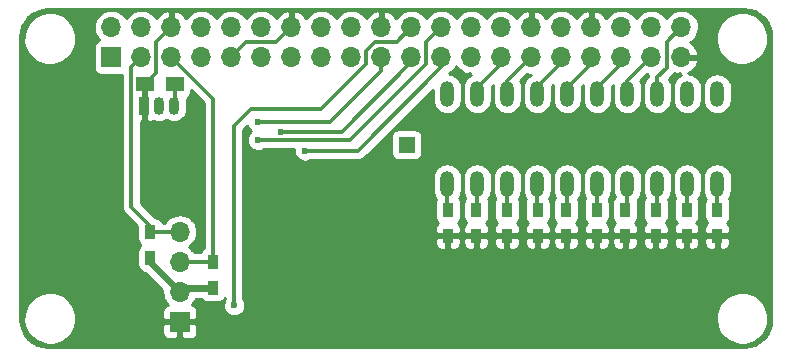
<source format=gbl>
%TF.GenerationSoftware,KiCad,Pcbnew,no-vcs-found-47f37ef~60~ubuntu16.04.1*%
%TF.CreationDate,2017-10-11T15:33:38+03:00*%
%TF.ProjectId,rpi_zero,7270695F7A65726F2E6B696361645F70,rev?*%
%TF.SameCoordinates,Original*%
%TF.FileFunction,Copper,L2,Bot,Signal*%
%TF.FilePolarity,Positive*%
%FSLAX46Y46*%
G04 Gerber Fmt 4.6, Leading zero omitted, Abs format (unit mm)*
G04 Created by KiCad (PCBNEW no-vcs-found-47f37ef~60~ubuntu16.04.1) date Wed Oct 11 15:33:38 2017*
%MOMM*%
%LPD*%
G01*
G04 APERTURE LIST*
%ADD10O,1.200000X2.200000*%
%ADD11O,1.700000X1.700000*%
%ADD12R,1.700000X1.700000*%
%ADD13R,0.900000X1.200000*%
%ADD14R,1.500000X1.250000*%
%ADD15R,0.900000X1.500000*%
%ADD16O,0.900000X1.500000*%
%ADD17R,1.350000X1.350000*%
%ADD18C,0.450000*%
%ADD19C,0.600000*%
%ADD20C,0.300000*%
%ADD21C,0.600000*%
%ADD22C,0.350000*%
%ADD23C,0.254000*%
G04 APERTURE END LIST*
D10*
X169211880Y-94979420D03*
X166671880Y-94979420D03*
X164131880Y-94979420D03*
X161591880Y-94979420D03*
X148891880Y-87359420D03*
X146351880Y-87359420D03*
X146351880Y-94979420D03*
X148891880Y-94979420D03*
X151431880Y-87359420D03*
X153971880Y-87359420D03*
X156511880Y-87359420D03*
X159051880Y-87359420D03*
X159051880Y-94979420D03*
X156511880Y-94979420D03*
X153971880Y-94979420D03*
X151431880Y-94979420D03*
X161591880Y-87359420D03*
X164131880Y-87359420D03*
X166671880Y-87359420D03*
X169211880Y-87359420D03*
D11*
X166171880Y-81719420D03*
X166171880Y-84259420D03*
X163631880Y-81719420D03*
X163631880Y-84259420D03*
X161091880Y-81719420D03*
X161091880Y-84259420D03*
X158551880Y-81719420D03*
X158551880Y-84259420D03*
X156011880Y-81719420D03*
X156011880Y-84259420D03*
X153471880Y-81719420D03*
X153471880Y-84259420D03*
X150931880Y-81719420D03*
X150931880Y-84259420D03*
X148391880Y-81719420D03*
X148391880Y-84259420D03*
X145851880Y-81719420D03*
X145851880Y-84259420D03*
X143311880Y-81719420D03*
X143311880Y-84259420D03*
X140771880Y-81719420D03*
X140771880Y-84259420D03*
X138231880Y-81719420D03*
X138231880Y-84259420D03*
X135691880Y-81719420D03*
X135691880Y-84259420D03*
X133151880Y-81719420D03*
X133151880Y-84259420D03*
X130611880Y-81719420D03*
X130611880Y-84259420D03*
X128071880Y-81719420D03*
X128071880Y-84259420D03*
X125531880Y-81719420D03*
X125531880Y-84259420D03*
X122991880Y-81719420D03*
X122991880Y-84259420D03*
X120451880Y-81719420D03*
X120451880Y-84259420D03*
X117911880Y-81719420D03*
D12*
X117911880Y-84259420D03*
D13*
X146411880Y-99359420D03*
X146411880Y-97159420D03*
X148811880Y-97159420D03*
X148811880Y-99359420D03*
X151411880Y-99359420D03*
X151411880Y-97159420D03*
X154011880Y-97159420D03*
X154011880Y-99359420D03*
X156411880Y-99359420D03*
X156411880Y-97159420D03*
X159011880Y-97159420D03*
X159011880Y-99359420D03*
X161411880Y-99359420D03*
X161411880Y-97159420D03*
X164011880Y-97159420D03*
X164011880Y-99359420D03*
X166611880Y-99359420D03*
X166611880Y-97159420D03*
X169211880Y-97159420D03*
X169211880Y-99359420D03*
D14*
X120761880Y-86559420D03*
X123261880Y-86559420D03*
D15*
X120711880Y-88359420D03*
D16*
X123251880Y-88359420D03*
X121981880Y-88359420D03*
D17*
X142911880Y-91659420D03*
D11*
X123711880Y-99039420D03*
X123711880Y-101579420D03*
X123711880Y-104119420D03*
D12*
X123711880Y-106659420D03*
D13*
X121211880Y-101259420D03*
X121211880Y-99059420D03*
X126511880Y-101559420D03*
X126511880Y-103759420D03*
D18*
X114966166Y-81653420D03*
X168966166Y-81653420D03*
X168966166Y-83653420D03*
X110966166Y-85653420D03*
X112966166Y-85653420D03*
X170966166Y-85653420D03*
X172966166Y-85653420D03*
X110966166Y-87653420D03*
X116966166Y-87653420D03*
X172966166Y-87653420D03*
X148966166Y-89653420D03*
X150966166Y-89653420D03*
X152966166Y-89653420D03*
X154966166Y-89653420D03*
X158966166Y-89653420D03*
X160966166Y-89653420D03*
X162966166Y-89653420D03*
X164966166Y-89653420D03*
X166966166Y-89653420D03*
X168966166Y-89653420D03*
X170966166Y-89653420D03*
X172966166Y-89653420D03*
X148966166Y-91653420D03*
X150966166Y-91653420D03*
X152966166Y-91653420D03*
X154966166Y-91653420D03*
X158966166Y-91653420D03*
X160966166Y-91653420D03*
X162966166Y-91653420D03*
X164966166Y-91653420D03*
X166966166Y-91653420D03*
X168966166Y-91653420D03*
X170966166Y-91653420D03*
X172966166Y-91653420D03*
X112966166Y-93653420D03*
X114966166Y-93653420D03*
X162966166Y-93653420D03*
X170966166Y-93653420D03*
X172966166Y-93653420D03*
X112966166Y-95653420D03*
X114966166Y-95653420D03*
X130966166Y-95653420D03*
X132966166Y-95653420D03*
X134966166Y-95653420D03*
X136966166Y-95653420D03*
X138966166Y-95653420D03*
X142966166Y-95653420D03*
X144966166Y-95653420D03*
X172966166Y-95653420D03*
X112966166Y-97653420D03*
X114966166Y-97653420D03*
X130966166Y-97653420D03*
X132966166Y-97653420D03*
X134966166Y-97653420D03*
X136966166Y-97653420D03*
X138966166Y-97653420D03*
X142966166Y-97653420D03*
X144966166Y-97653420D03*
X152966166Y-97653420D03*
X162966166Y-97653420D03*
X170966166Y-97653420D03*
X172966166Y-97653420D03*
X110966166Y-99653420D03*
X112966166Y-99653420D03*
X114966166Y-99653420D03*
X116966166Y-99653420D03*
X130966166Y-99653420D03*
X132966166Y-99653420D03*
X134966166Y-99653420D03*
X136966166Y-99653420D03*
X138966166Y-99653420D03*
X142966166Y-99653420D03*
X152966166Y-99653420D03*
X162966166Y-99653420D03*
X170966166Y-99653420D03*
X172966166Y-99653420D03*
X110966166Y-101653420D03*
X112966166Y-101653420D03*
X114966166Y-101653420D03*
X116966166Y-101653420D03*
X118966166Y-101653420D03*
X130966166Y-101653420D03*
X132966166Y-101653420D03*
X134966166Y-101653420D03*
X136966166Y-101653420D03*
X138966166Y-101653420D03*
X146966166Y-101653420D03*
X148966166Y-101653420D03*
X150966166Y-101653420D03*
X152966166Y-101653420D03*
X154966166Y-101653420D03*
X164966166Y-101653420D03*
X168966166Y-101653420D03*
X170966166Y-101653420D03*
X172966166Y-101653420D03*
X110966166Y-103653420D03*
X112966166Y-103653420D03*
X114966166Y-103653420D03*
X116966166Y-103653420D03*
X118966166Y-103653420D03*
X120966166Y-103653420D03*
X130966166Y-103653420D03*
X132966166Y-103653420D03*
X134966166Y-103653420D03*
X136966166Y-103653420D03*
X138966166Y-103653420D03*
X148966166Y-103653420D03*
X150966166Y-103653420D03*
X152966166Y-103653420D03*
X154966166Y-103653420D03*
X164966166Y-103653420D03*
X168966166Y-103653420D03*
X170966166Y-103653420D03*
X172966166Y-103653420D03*
X116966166Y-105653420D03*
X118966166Y-105653420D03*
X120966166Y-105653420D03*
X148966166Y-105653420D03*
X150966166Y-105653420D03*
X152966166Y-105653420D03*
X154966166Y-105653420D03*
X158966166Y-105653420D03*
X164966166Y-105653420D03*
X168966166Y-105653420D03*
X116966166Y-107653420D03*
X118966166Y-107653420D03*
X120966166Y-107653420D03*
X148966166Y-107653420D03*
X150966166Y-107653420D03*
X152966166Y-107653420D03*
X154966166Y-107653420D03*
X164966166Y-107653420D03*
X168966166Y-107653420D03*
D19*
X130311880Y-91259420D03*
X134311880Y-92159420D03*
X128311880Y-105259420D03*
X132311880Y-90559420D03*
X130311880Y-89759434D03*
D20*
X128071880Y-84259420D02*
X129321881Y-83009419D01*
X129321881Y-83009419D02*
X131861881Y-83009419D01*
X131861881Y-83009419D02*
X133151880Y-81719420D01*
X120761880Y-86559420D02*
X121701881Y-85619419D01*
X121701881Y-85619419D02*
X121701881Y-83009419D01*
X121701881Y-83009419D02*
X122991880Y-81719420D01*
D21*
X121211880Y-101259420D02*
X121211880Y-101619420D01*
X121211880Y-101619420D02*
X123711880Y-104119420D01*
X126511880Y-103759420D02*
X124071880Y-103759420D01*
X124071880Y-103759420D02*
X123711880Y-104119420D01*
D20*
X123261880Y-86559420D02*
X123261880Y-88349420D01*
X123261880Y-88349420D02*
X123251880Y-88359420D01*
X138161882Y-91259420D02*
X130311880Y-91259420D01*
X145851880Y-81719420D02*
X144561881Y-83009419D01*
X144561881Y-83009419D02*
X144561881Y-84859421D01*
X144561881Y-84859421D02*
X138161882Y-91259420D01*
D22*
X145851880Y-84259420D02*
X145851880Y-85119420D01*
X145851880Y-85119420D02*
X138811880Y-92159420D01*
X138811880Y-92159420D02*
X134311880Y-92159420D01*
D20*
X143311880Y-81719420D02*
X142061879Y-82969421D01*
X142061879Y-82969421D02*
X140211877Y-82969421D01*
X140211877Y-82969421D02*
X139481881Y-83699417D01*
X139481881Y-83699417D02*
X139481881Y-84859421D01*
X139481881Y-84859421D02*
X135681882Y-88659420D01*
X135681882Y-88659420D02*
X129711880Y-88659420D01*
X129711880Y-88659420D02*
X128311880Y-90059420D01*
X128311880Y-90059420D02*
X128311880Y-105259420D01*
D22*
X143311880Y-84259420D02*
X143311880Y-84659420D01*
X143311880Y-84659420D02*
X137411880Y-90559420D01*
X137411880Y-90559420D02*
X132311880Y-90559420D01*
X140771880Y-84259420D02*
X140771880Y-85399420D01*
X140771880Y-85399420D02*
X136411866Y-89759434D01*
X136411866Y-89759434D02*
X130311880Y-89759434D01*
X130311894Y-89759420D02*
X130311880Y-89759434D01*
X130711880Y-89759420D02*
X130311894Y-89759420D01*
D20*
X148891880Y-87359420D02*
X148891880Y-86859420D01*
X148891880Y-86859420D02*
X150931880Y-84819420D01*
X150931880Y-84819420D02*
X150931880Y-84259420D01*
X151431880Y-87359420D02*
X151431880Y-86299420D01*
X151431880Y-86299420D02*
X153471880Y-84259420D01*
X153971880Y-87359420D02*
X153971880Y-86799420D01*
X153971880Y-86799420D02*
X156011880Y-84759420D01*
X156011880Y-84759420D02*
X156011880Y-84259420D01*
X153511880Y-87479420D02*
X153631880Y-87359420D01*
X156511880Y-87359420D02*
X156511880Y-86859420D01*
X156511880Y-86859420D02*
X158551880Y-84819420D01*
X158551880Y-84819420D02*
X158551880Y-84259420D01*
X156111880Y-87419420D02*
X156171880Y-87359420D01*
X156311880Y-87499420D02*
X156171880Y-87359420D01*
X159051880Y-87359420D02*
X159051880Y-86859420D01*
X159051880Y-86859420D02*
X161091880Y-84819420D01*
X161091880Y-84819420D02*
X161091880Y-84259420D01*
X161591880Y-87359420D02*
X161591880Y-86299420D01*
X161591880Y-86299420D02*
X163631880Y-84259420D01*
X164131880Y-87359420D02*
X164131880Y-85959420D01*
X164131880Y-85959420D02*
X164921879Y-85169421D01*
X164921879Y-85169421D02*
X164921879Y-82969421D01*
X164921879Y-82969421D02*
X166171880Y-81719420D01*
X126511880Y-101559420D02*
X126511880Y-87779420D01*
X126511880Y-87779420D02*
X122991880Y-84259420D01*
X126511880Y-101559420D02*
X123731880Y-101559420D01*
X123731880Y-101559420D02*
X123711880Y-101579420D01*
X120451880Y-84259420D02*
X119601881Y-85109419D01*
X119601881Y-85109419D02*
X119601881Y-96949421D01*
X119601881Y-96949421D02*
X121211880Y-98559420D01*
X121211880Y-98559420D02*
X121211880Y-99059420D01*
X123711880Y-99039420D02*
X121231880Y-99039420D01*
X121231880Y-99039420D02*
X121211880Y-99059420D01*
X169211880Y-94979420D02*
X169211880Y-97159420D01*
X166671880Y-94979420D02*
X166671880Y-97099420D01*
X166671880Y-97099420D02*
X166611880Y-97159420D01*
X164131880Y-94979420D02*
X164131880Y-97039420D01*
X164131880Y-97039420D02*
X164011880Y-97159420D01*
X161591880Y-94979420D02*
X161591880Y-96979420D01*
X161591880Y-96979420D02*
X161411880Y-97159420D01*
X146351880Y-94979420D02*
X146351880Y-97099420D01*
X146351880Y-97099420D02*
X146411880Y-97159420D01*
X148891880Y-94979420D02*
X148891880Y-97079420D01*
X148891880Y-97079420D02*
X148811880Y-97159420D01*
X159051880Y-94979420D02*
X159051880Y-97119420D01*
X159051880Y-97119420D02*
X159011880Y-97159420D01*
X156511880Y-94979420D02*
X156511880Y-97059420D01*
X156511880Y-97059420D02*
X156411880Y-97159420D01*
X153971880Y-94979420D02*
X153971880Y-97119420D01*
X153971880Y-97119420D02*
X154011880Y-97159420D01*
X151431880Y-94979420D02*
X151431880Y-97139420D01*
X151431880Y-97139420D02*
X151411880Y-97159420D01*
D23*
G36*
X171944134Y-80256953D02*
X172371355Y-80385938D01*
X172765384Y-80595446D01*
X173111214Y-80877499D01*
X173395673Y-81221351D01*
X173607929Y-81613910D01*
X173739892Y-82040213D01*
X173790000Y-82516964D01*
X173790000Y-106465279D01*
X173743048Y-106944133D01*
X173614063Y-107371353D01*
X173404554Y-107765384D01*
X173122501Y-108111214D01*
X172778651Y-108395672D01*
X172386093Y-108607927D01*
X171959788Y-108739891D01*
X171483036Y-108790000D01*
X112534721Y-108790000D01*
X112055867Y-108743048D01*
X111628647Y-108614063D01*
X111234616Y-108404554D01*
X110888786Y-108122501D01*
X110604328Y-107778651D01*
X110392073Y-107386093D01*
X110260109Y-106959788D01*
X110216760Y-106547345D01*
X110473942Y-106547345D01*
X110553065Y-106978450D01*
X110714416Y-107385977D01*
X110951850Y-107754402D01*
X111256323Y-108069693D01*
X111616238Y-108319841D01*
X112017885Y-108495316D01*
X112445967Y-108589436D01*
X112884177Y-108598615D01*
X113315824Y-108522504D01*
X113724467Y-108364002D01*
X114094541Y-108129146D01*
X114411950Y-107826881D01*
X114664604Y-107468722D01*
X114842879Y-107068309D01*
X114870855Y-106945170D01*
X122226880Y-106945170D01*
X122226880Y-107571962D01*
X122251283Y-107694643D01*
X122299150Y-107810205D01*
X122368643Y-107914209D01*
X122457091Y-108002657D01*
X122561095Y-108072150D01*
X122676657Y-108120017D01*
X122799338Y-108144420D01*
X123426130Y-108144420D01*
X123584880Y-107985670D01*
X123584880Y-106786420D01*
X123838880Y-106786420D01*
X123838880Y-107985670D01*
X123997630Y-108144420D01*
X124624422Y-108144420D01*
X124747103Y-108120017D01*
X124862665Y-108072150D01*
X124966669Y-108002657D01*
X125055117Y-107914209D01*
X125124610Y-107810205D01*
X125172477Y-107694643D01*
X125196880Y-107571962D01*
X125196880Y-106945170D01*
X125038130Y-106786420D01*
X123838880Y-106786420D01*
X123584880Y-106786420D01*
X122385630Y-106786420D01*
X122226880Y-106945170D01*
X114870855Y-106945170D01*
X114939985Y-106640895D01*
X114941291Y-106547345D01*
X169073942Y-106547345D01*
X169153065Y-106978450D01*
X169314416Y-107385977D01*
X169551850Y-107754402D01*
X169856323Y-108069693D01*
X170216238Y-108319841D01*
X170617885Y-108495316D01*
X171045967Y-108589436D01*
X171484177Y-108598615D01*
X171915824Y-108522504D01*
X172324467Y-108364002D01*
X172694541Y-108129146D01*
X173011950Y-107826881D01*
X173264604Y-107468722D01*
X173442879Y-107068309D01*
X173539985Y-106640895D01*
X173546976Y-106140267D01*
X173461842Y-105710308D01*
X173294816Y-105305074D01*
X173052261Y-104940000D01*
X172743416Y-104628991D01*
X172380044Y-104383893D01*
X171975985Y-104214042D01*
X171546631Y-104125909D01*
X171108336Y-104122849D01*
X170677794Y-104204979D01*
X170271403Y-104369172D01*
X169904644Y-104609172D01*
X169591487Y-104915839D01*
X169343858Y-105277491D01*
X169171191Y-105680353D01*
X169080062Y-106109082D01*
X169073942Y-106547345D01*
X114941291Y-106547345D01*
X114946976Y-106140267D01*
X114861842Y-105710308D01*
X114694816Y-105305074D01*
X114452261Y-104940000D01*
X114143416Y-104628991D01*
X113780044Y-104383893D01*
X113375985Y-104214042D01*
X112946631Y-104125909D01*
X112508336Y-104122849D01*
X112077794Y-104204979D01*
X111671403Y-104369172D01*
X111304644Y-104609172D01*
X110991487Y-104915839D01*
X110743858Y-105277491D01*
X110571191Y-105680353D01*
X110480062Y-106109082D01*
X110473942Y-106547345D01*
X110216760Y-106547345D01*
X110210000Y-106483036D01*
X110210000Y-82847345D01*
X110473942Y-82847345D01*
X110553065Y-83278450D01*
X110714416Y-83685977D01*
X110951850Y-84054402D01*
X111256323Y-84369693D01*
X111616238Y-84619841D01*
X112017885Y-84795316D01*
X112445967Y-84889436D01*
X112884177Y-84898615D01*
X113315824Y-84822504D01*
X113724467Y-84664002D01*
X114094541Y-84429146D01*
X114411950Y-84126881D01*
X114664604Y-83768722D01*
X114824575Y-83409420D01*
X116423808Y-83409420D01*
X116423808Y-85109420D01*
X116436068Y-85233902D01*
X116472378Y-85353600D01*
X116531343Y-85463914D01*
X116610695Y-85560605D01*
X116707386Y-85639957D01*
X116817700Y-85698922D01*
X116937398Y-85735232D01*
X117061880Y-85747492D01*
X118761880Y-85747492D01*
X118816881Y-85742075D01*
X118816881Y-96949421D01*
X118823959Y-97021604D01*
X118830277Y-97093823D01*
X118831428Y-97097785D01*
X118831831Y-97101895D01*
X118852802Y-97171356D01*
X118873020Y-97240945D01*
X118874918Y-97244607D01*
X118876112Y-97248561D01*
X118910141Y-97312559D01*
X118943524Y-97376963D01*
X118946103Y-97380193D01*
X118948038Y-97383833D01*
X118993871Y-97440030D01*
X119039107Y-97496695D01*
X119044771Y-97502439D01*
X119044868Y-97502559D01*
X119044978Y-97502650D01*
X119046802Y-97504500D01*
X120123808Y-98581506D01*
X120123808Y-99659420D01*
X120136068Y-99783902D01*
X120172378Y-99903600D01*
X120231343Y-100013914D01*
X120310695Y-100110605D01*
X120370176Y-100159420D01*
X120310695Y-100208235D01*
X120231343Y-100304926D01*
X120172378Y-100415240D01*
X120136068Y-100534938D01*
X120123808Y-100659420D01*
X120123808Y-101859420D01*
X120136068Y-101983902D01*
X120172378Y-102103600D01*
X120231343Y-102213914D01*
X120310695Y-102310605D01*
X120407386Y-102389957D01*
X120517700Y-102448922D01*
X120637398Y-102485232D01*
X120761880Y-102497492D01*
X120767662Y-102497492D01*
X122234900Y-103964730D01*
X122219731Y-104109053D01*
X122245998Y-104397681D01*
X122327827Y-104675711D01*
X122462100Y-104932551D01*
X122643703Y-105158420D01*
X122688941Y-105196379D01*
X122676657Y-105198823D01*
X122561095Y-105246690D01*
X122457091Y-105316183D01*
X122368643Y-105404631D01*
X122299150Y-105508635D01*
X122251283Y-105624197D01*
X122226880Y-105746878D01*
X122226880Y-106373670D01*
X122385630Y-106532420D01*
X123584880Y-106532420D01*
X123584880Y-106512420D01*
X123838880Y-106512420D01*
X123838880Y-106532420D01*
X125038130Y-106532420D01*
X125196880Y-106373670D01*
X125196880Y-105746878D01*
X125172477Y-105624197D01*
X125124610Y-105508635D01*
X125055117Y-105404631D01*
X124966669Y-105316183D01*
X124862665Y-105246690D01*
X124747103Y-105198823D01*
X124736527Y-105196719D01*
X124765447Y-105173133D01*
X124950186Y-104949821D01*
X125088032Y-104694881D01*
X125088175Y-104694420D01*
X125520923Y-104694420D01*
X125531343Y-104713914D01*
X125610695Y-104810605D01*
X125707386Y-104889957D01*
X125817700Y-104948922D01*
X125937398Y-104985232D01*
X126061880Y-104997492D01*
X126961880Y-104997492D01*
X127086362Y-104985232D01*
X127206060Y-104948922D01*
X127316374Y-104889957D01*
X127413065Y-104810605D01*
X127492417Y-104713914D01*
X127526880Y-104649439D01*
X127526880Y-104750849D01*
X127488569Y-104806801D01*
X127416334Y-104975336D01*
X127378211Y-105154692D01*
X127375651Y-105338037D01*
X127408752Y-105518388D01*
X127476252Y-105688874D01*
X127575581Y-105843003D01*
X127702956Y-105974904D01*
X127853524Y-106079551D01*
X128021551Y-106152960D01*
X128200637Y-106192335D01*
X128383959Y-106196175D01*
X128564537Y-106164334D01*
X128735490Y-106098026D01*
X128890309Y-105999775D01*
X129023095Y-105873324D01*
X129128791Y-105723490D01*
X129203372Y-105555980D01*
X129243996Y-105377174D01*
X129246920Y-105167739D01*
X129211305Y-104987868D01*
X129141430Y-104818340D01*
X129096880Y-104751286D01*
X129096880Y-99645170D01*
X145326880Y-99645170D01*
X145326880Y-100021962D01*
X145351283Y-100144643D01*
X145399150Y-100260205D01*
X145468643Y-100364209D01*
X145557091Y-100452657D01*
X145661095Y-100522150D01*
X145776657Y-100570017D01*
X145899338Y-100594420D01*
X146126130Y-100594420D01*
X146284880Y-100435670D01*
X146284880Y-99486420D01*
X146538880Y-99486420D01*
X146538880Y-100435670D01*
X146697630Y-100594420D01*
X146924422Y-100594420D01*
X147047103Y-100570017D01*
X147162665Y-100522150D01*
X147266669Y-100452657D01*
X147355117Y-100364209D01*
X147424610Y-100260205D01*
X147472477Y-100144643D01*
X147496880Y-100021962D01*
X147496880Y-99645170D01*
X147726880Y-99645170D01*
X147726880Y-100021962D01*
X147751283Y-100144643D01*
X147799150Y-100260205D01*
X147868643Y-100364209D01*
X147957091Y-100452657D01*
X148061095Y-100522150D01*
X148176657Y-100570017D01*
X148299338Y-100594420D01*
X148526130Y-100594420D01*
X148684880Y-100435670D01*
X148684880Y-99486420D01*
X148938880Y-99486420D01*
X148938880Y-100435670D01*
X149097630Y-100594420D01*
X149324422Y-100594420D01*
X149447103Y-100570017D01*
X149562665Y-100522150D01*
X149666669Y-100452657D01*
X149755117Y-100364209D01*
X149824610Y-100260205D01*
X149872477Y-100144643D01*
X149896880Y-100021962D01*
X149896880Y-99645170D01*
X150326880Y-99645170D01*
X150326880Y-100021962D01*
X150351283Y-100144643D01*
X150399150Y-100260205D01*
X150468643Y-100364209D01*
X150557091Y-100452657D01*
X150661095Y-100522150D01*
X150776657Y-100570017D01*
X150899338Y-100594420D01*
X151126130Y-100594420D01*
X151284880Y-100435670D01*
X151284880Y-99486420D01*
X151538880Y-99486420D01*
X151538880Y-100435670D01*
X151697630Y-100594420D01*
X151924422Y-100594420D01*
X152047103Y-100570017D01*
X152162665Y-100522150D01*
X152266669Y-100452657D01*
X152355117Y-100364209D01*
X152424610Y-100260205D01*
X152472477Y-100144643D01*
X152496880Y-100021962D01*
X152496880Y-99645170D01*
X152926880Y-99645170D01*
X152926880Y-100021962D01*
X152951283Y-100144643D01*
X152999150Y-100260205D01*
X153068643Y-100364209D01*
X153157091Y-100452657D01*
X153261095Y-100522150D01*
X153376657Y-100570017D01*
X153499338Y-100594420D01*
X153726130Y-100594420D01*
X153884880Y-100435670D01*
X153884880Y-99486420D01*
X154138880Y-99486420D01*
X154138880Y-100435670D01*
X154297630Y-100594420D01*
X154524422Y-100594420D01*
X154647103Y-100570017D01*
X154762665Y-100522150D01*
X154866669Y-100452657D01*
X154955117Y-100364209D01*
X155024610Y-100260205D01*
X155072477Y-100144643D01*
X155096880Y-100021962D01*
X155096880Y-99645170D01*
X155326880Y-99645170D01*
X155326880Y-100021962D01*
X155351283Y-100144643D01*
X155399150Y-100260205D01*
X155468643Y-100364209D01*
X155557091Y-100452657D01*
X155661095Y-100522150D01*
X155776657Y-100570017D01*
X155899338Y-100594420D01*
X156126130Y-100594420D01*
X156284880Y-100435670D01*
X156284880Y-99486420D01*
X156538880Y-99486420D01*
X156538880Y-100435670D01*
X156697630Y-100594420D01*
X156924422Y-100594420D01*
X157047103Y-100570017D01*
X157162665Y-100522150D01*
X157266669Y-100452657D01*
X157355117Y-100364209D01*
X157424610Y-100260205D01*
X157472477Y-100144643D01*
X157496880Y-100021962D01*
X157496880Y-99645170D01*
X157926880Y-99645170D01*
X157926880Y-100021962D01*
X157951283Y-100144643D01*
X157999150Y-100260205D01*
X158068643Y-100364209D01*
X158157091Y-100452657D01*
X158261095Y-100522150D01*
X158376657Y-100570017D01*
X158499338Y-100594420D01*
X158726130Y-100594420D01*
X158884880Y-100435670D01*
X158884880Y-99486420D01*
X159138880Y-99486420D01*
X159138880Y-100435670D01*
X159297630Y-100594420D01*
X159524422Y-100594420D01*
X159647103Y-100570017D01*
X159762665Y-100522150D01*
X159866669Y-100452657D01*
X159955117Y-100364209D01*
X160024610Y-100260205D01*
X160072477Y-100144643D01*
X160096880Y-100021962D01*
X160096880Y-99645170D01*
X160326880Y-99645170D01*
X160326880Y-100021962D01*
X160351283Y-100144643D01*
X160399150Y-100260205D01*
X160468643Y-100364209D01*
X160557091Y-100452657D01*
X160661095Y-100522150D01*
X160776657Y-100570017D01*
X160899338Y-100594420D01*
X161126130Y-100594420D01*
X161284880Y-100435670D01*
X161284880Y-99486420D01*
X161538880Y-99486420D01*
X161538880Y-100435670D01*
X161697630Y-100594420D01*
X161924422Y-100594420D01*
X162047103Y-100570017D01*
X162162665Y-100522150D01*
X162266669Y-100452657D01*
X162355117Y-100364209D01*
X162424610Y-100260205D01*
X162472477Y-100144643D01*
X162496880Y-100021962D01*
X162496880Y-99645170D01*
X162926880Y-99645170D01*
X162926880Y-100021962D01*
X162951283Y-100144643D01*
X162999150Y-100260205D01*
X163068643Y-100364209D01*
X163157091Y-100452657D01*
X163261095Y-100522150D01*
X163376657Y-100570017D01*
X163499338Y-100594420D01*
X163726130Y-100594420D01*
X163884880Y-100435670D01*
X163884880Y-99486420D01*
X164138880Y-99486420D01*
X164138880Y-100435670D01*
X164297630Y-100594420D01*
X164524422Y-100594420D01*
X164647103Y-100570017D01*
X164762665Y-100522150D01*
X164866669Y-100452657D01*
X164955117Y-100364209D01*
X165024610Y-100260205D01*
X165072477Y-100144643D01*
X165096880Y-100021962D01*
X165096880Y-99645170D01*
X165526880Y-99645170D01*
X165526880Y-100021962D01*
X165551283Y-100144643D01*
X165599150Y-100260205D01*
X165668643Y-100364209D01*
X165757091Y-100452657D01*
X165861095Y-100522150D01*
X165976657Y-100570017D01*
X166099338Y-100594420D01*
X166326130Y-100594420D01*
X166484880Y-100435670D01*
X166484880Y-99486420D01*
X166738880Y-99486420D01*
X166738880Y-100435670D01*
X166897630Y-100594420D01*
X167124422Y-100594420D01*
X167247103Y-100570017D01*
X167362665Y-100522150D01*
X167466669Y-100452657D01*
X167555117Y-100364209D01*
X167624610Y-100260205D01*
X167672477Y-100144643D01*
X167696880Y-100021962D01*
X167696880Y-99645170D01*
X168126880Y-99645170D01*
X168126880Y-100021962D01*
X168151283Y-100144643D01*
X168199150Y-100260205D01*
X168268643Y-100364209D01*
X168357091Y-100452657D01*
X168461095Y-100522150D01*
X168576657Y-100570017D01*
X168699338Y-100594420D01*
X168926130Y-100594420D01*
X169084880Y-100435670D01*
X169084880Y-99486420D01*
X169338880Y-99486420D01*
X169338880Y-100435670D01*
X169497630Y-100594420D01*
X169724422Y-100594420D01*
X169847103Y-100570017D01*
X169962665Y-100522150D01*
X170066669Y-100452657D01*
X170155117Y-100364209D01*
X170224610Y-100260205D01*
X170272477Y-100144643D01*
X170296880Y-100021962D01*
X170296880Y-99645170D01*
X170138130Y-99486420D01*
X169338880Y-99486420D01*
X169084880Y-99486420D01*
X168285630Y-99486420D01*
X168126880Y-99645170D01*
X167696880Y-99645170D01*
X167538130Y-99486420D01*
X166738880Y-99486420D01*
X166484880Y-99486420D01*
X165685630Y-99486420D01*
X165526880Y-99645170D01*
X165096880Y-99645170D01*
X164938130Y-99486420D01*
X164138880Y-99486420D01*
X163884880Y-99486420D01*
X163085630Y-99486420D01*
X162926880Y-99645170D01*
X162496880Y-99645170D01*
X162338130Y-99486420D01*
X161538880Y-99486420D01*
X161284880Y-99486420D01*
X160485630Y-99486420D01*
X160326880Y-99645170D01*
X160096880Y-99645170D01*
X159938130Y-99486420D01*
X159138880Y-99486420D01*
X158884880Y-99486420D01*
X158085630Y-99486420D01*
X157926880Y-99645170D01*
X157496880Y-99645170D01*
X157338130Y-99486420D01*
X156538880Y-99486420D01*
X156284880Y-99486420D01*
X155485630Y-99486420D01*
X155326880Y-99645170D01*
X155096880Y-99645170D01*
X154938130Y-99486420D01*
X154138880Y-99486420D01*
X153884880Y-99486420D01*
X153085630Y-99486420D01*
X152926880Y-99645170D01*
X152496880Y-99645170D01*
X152338130Y-99486420D01*
X151538880Y-99486420D01*
X151284880Y-99486420D01*
X150485630Y-99486420D01*
X150326880Y-99645170D01*
X149896880Y-99645170D01*
X149738130Y-99486420D01*
X148938880Y-99486420D01*
X148684880Y-99486420D01*
X147885630Y-99486420D01*
X147726880Y-99645170D01*
X147496880Y-99645170D01*
X147338130Y-99486420D01*
X146538880Y-99486420D01*
X146284880Y-99486420D01*
X145485630Y-99486420D01*
X145326880Y-99645170D01*
X129096880Y-99645170D01*
X129096880Y-94471025D01*
X145116880Y-94471025D01*
X145116880Y-95487815D01*
X145140400Y-95727694D01*
X145210066Y-95958437D01*
X145323222Y-96171254D01*
X145399409Y-96264669D01*
X145372378Y-96315240D01*
X145336068Y-96434938D01*
X145323808Y-96559420D01*
X145323808Y-97759420D01*
X145336068Y-97883902D01*
X145372378Y-98003600D01*
X145431343Y-98113914D01*
X145510695Y-98210605D01*
X145568846Y-98258328D01*
X145557091Y-98266183D01*
X145468643Y-98354631D01*
X145399150Y-98458635D01*
X145351283Y-98574197D01*
X145326880Y-98696878D01*
X145326880Y-99073670D01*
X145485630Y-99232420D01*
X146284880Y-99232420D01*
X146284880Y-99212420D01*
X146538880Y-99212420D01*
X146538880Y-99232420D01*
X147338130Y-99232420D01*
X147496880Y-99073670D01*
X147496880Y-98696878D01*
X147472477Y-98574197D01*
X147424610Y-98458635D01*
X147355117Y-98354631D01*
X147266669Y-98266183D01*
X147254914Y-98258328D01*
X147313065Y-98210605D01*
X147392417Y-98113914D01*
X147451382Y-98003600D01*
X147487692Y-97883902D01*
X147499952Y-97759420D01*
X147499952Y-96559420D01*
X147487692Y-96434938D01*
X147451382Y-96315240D01*
X147392417Y-96204926D01*
X147373149Y-96181448D01*
X147487012Y-95974333D01*
X147559892Y-95744586D01*
X147586760Y-95505058D01*
X147586880Y-95487815D01*
X147586880Y-94471025D01*
X147656880Y-94471025D01*
X147656880Y-95487815D01*
X147680400Y-95727694D01*
X147750066Y-95958437D01*
X147861553Y-96168115D01*
X147831343Y-96204926D01*
X147772378Y-96315240D01*
X147736068Y-96434938D01*
X147723808Y-96559420D01*
X147723808Y-97759420D01*
X147736068Y-97883902D01*
X147772378Y-98003600D01*
X147831343Y-98113914D01*
X147910695Y-98210605D01*
X147968846Y-98258328D01*
X147957091Y-98266183D01*
X147868643Y-98354631D01*
X147799150Y-98458635D01*
X147751283Y-98574197D01*
X147726880Y-98696878D01*
X147726880Y-99073670D01*
X147885630Y-99232420D01*
X148684880Y-99232420D01*
X148684880Y-99212420D01*
X148938880Y-99212420D01*
X148938880Y-99232420D01*
X149738130Y-99232420D01*
X149896880Y-99073670D01*
X149896880Y-98696878D01*
X149872477Y-98574197D01*
X149824610Y-98458635D01*
X149755117Y-98354631D01*
X149666669Y-98266183D01*
X149654914Y-98258328D01*
X149713065Y-98210605D01*
X149792417Y-98113914D01*
X149851382Y-98003600D01*
X149887692Y-97883902D01*
X149899952Y-97759420D01*
X149899952Y-96559420D01*
X149887692Y-96434938D01*
X149851382Y-96315240D01*
X149832194Y-96279342D01*
X149910895Y-96185549D01*
X150027012Y-95974333D01*
X150099892Y-95744586D01*
X150126760Y-95505058D01*
X150126880Y-95487815D01*
X150126880Y-94471025D01*
X150196880Y-94471025D01*
X150196880Y-95487815D01*
X150220400Y-95727694D01*
X150290066Y-95958437D01*
X150403222Y-96171254D01*
X150431082Y-96205414D01*
X150372378Y-96315240D01*
X150336068Y-96434938D01*
X150323808Y-96559420D01*
X150323808Y-97759420D01*
X150336068Y-97883902D01*
X150372378Y-98003600D01*
X150431343Y-98113914D01*
X150510695Y-98210605D01*
X150568846Y-98258328D01*
X150557091Y-98266183D01*
X150468643Y-98354631D01*
X150399150Y-98458635D01*
X150351283Y-98574197D01*
X150326880Y-98696878D01*
X150326880Y-99073670D01*
X150485630Y-99232420D01*
X151284880Y-99232420D01*
X151284880Y-99212420D01*
X151538880Y-99212420D01*
X151538880Y-99232420D01*
X152338130Y-99232420D01*
X152496880Y-99073670D01*
X152496880Y-98696878D01*
X152472477Y-98574197D01*
X152424610Y-98458635D01*
X152355117Y-98354631D01*
X152266669Y-98266183D01*
X152254914Y-98258328D01*
X152313065Y-98210605D01*
X152392417Y-98113914D01*
X152451382Y-98003600D01*
X152487692Y-97883902D01*
X152499952Y-97759420D01*
X152499952Y-96559420D01*
X152487692Y-96434938D01*
X152451382Y-96315240D01*
X152408846Y-96235661D01*
X152450895Y-96185549D01*
X152567012Y-95974333D01*
X152639892Y-95744586D01*
X152666760Y-95505058D01*
X152666880Y-95487815D01*
X152666880Y-94471025D01*
X152736880Y-94471025D01*
X152736880Y-95487815D01*
X152760400Y-95727694D01*
X152830066Y-95958437D01*
X152943222Y-96171254D01*
X153007328Y-96249855D01*
X152972378Y-96315240D01*
X152936068Y-96434938D01*
X152923808Y-96559420D01*
X152923808Y-97759420D01*
X152936068Y-97883902D01*
X152972378Y-98003600D01*
X153031343Y-98113914D01*
X153110695Y-98210605D01*
X153168846Y-98258328D01*
X153157091Y-98266183D01*
X153068643Y-98354631D01*
X152999150Y-98458635D01*
X152951283Y-98574197D01*
X152926880Y-98696878D01*
X152926880Y-99073670D01*
X153085630Y-99232420D01*
X153884880Y-99232420D01*
X153884880Y-99212420D01*
X154138880Y-99212420D01*
X154138880Y-99232420D01*
X154938130Y-99232420D01*
X155096880Y-99073670D01*
X155096880Y-98696878D01*
X155072477Y-98574197D01*
X155024610Y-98458635D01*
X154955117Y-98354631D01*
X154866669Y-98266183D01*
X154854914Y-98258328D01*
X154913065Y-98210605D01*
X154992417Y-98113914D01*
X155051382Y-98003600D01*
X155087692Y-97883902D01*
X155099952Y-97759420D01*
X155099952Y-96559420D01*
X155087692Y-96434938D01*
X155051382Y-96315240D01*
X154992417Y-96204926D01*
X154983625Y-96194213D01*
X154990895Y-96185549D01*
X155107012Y-95974333D01*
X155179892Y-95744586D01*
X155206760Y-95505058D01*
X155206880Y-95487815D01*
X155206880Y-94471025D01*
X155276880Y-94471025D01*
X155276880Y-95487815D01*
X155300400Y-95727694D01*
X155370066Y-95958437D01*
X155473690Y-96153326D01*
X155431343Y-96204926D01*
X155372378Y-96315240D01*
X155336068Y-96434938D01*
X155323808Y-96559420D01*
X155323808Y-97759420D01*
X155336068Y-97883902D01*
X155372378Y-98003600D01*
X155431343Y-98113914D01*
X155510695Y-98210605D01*
X155568846Y-98258328D01*
X155557091Y-98266183D01*
X155468643Y-98354631D01*
X155399150Y-98458635D01*
X155351283Y-98574197D01*
X155326880Y-98696878D01*
X155326880Y-99073670D01*
X155485630Y-99232420D01*
X156284880Y-99232420D01*
X156284880Y-99212420D01*
X156538880Y-99212420D01*
X156538880Y-99232420D01*
X157338130Y-99232420D01*
X157496880Y-99073670D01*
X157496880Y-98696878D01*
X157472477Y-98574197D01*
X157424610Y-98458635D01*
X157355117Y-98354631D01*
X157266669Y-98266183D01*
X157254914Y-98258328D01*
X157313065Y-98210605D01*
X157392417Y-98113914D01*
X157451382Y-98003600D01*
X157487692Y-97883902D01*
X157499952Y-97759420D01*
X157499952Y-96559420D01*
X157487692Y-96434938D01*
X157451382Y-96315240D01*
X157439976Y-96293902D01*
X157530895Y-96185549D01*
X157647012Y-95974333D01*
X157719892Y-95744586D01*
X157746760Y-95505058D01*
X157746880Y-95487815D01*
X157746880Y-94471025D01*
X157816880Y-94471025D01*
X157816880Y-95487815D01*
X157840400Y-95727694D01*
X157910066Y-95958437D01*
X158023222Y-96171254D01*
X158041044Y-96193106D01*
X158031343Y-96204926D01*
X157972378Y-96315240D01*
X157936068Y-96434938D01*
X157923808Y-96559420D01*
X157923808Y-97759420D01*
X157936068Y-97883902D01*
X157972378Y-98003600D01*
X158031343Y-98113914D01*
X158110695Y-98210605D01*
X158168846Y-98258328D01*
X158157091Y-98266183D01*
X158068643Y-98354631D01*
X157999150Y-98458635D01*
X157951283Y-98574197D01*
X157926880Y-98696878D01*
X157926880Y-99073670D01*
X158085630Y-99232420D01*
X158884880Y-99232420D01*
X158884880Y-99212420D01*
X159138880Y-99212420D01*
X159138880Y-99232420D01*
X159938130Y-99232420D01*
X160096880Y-99073670D01*
X160096880Y-98696878D01*
X160072477Y-98574197D01*
X160024610Y-98458635D01*
X159955117Y-98354631D01*
X159866669Y-98266183D01*
X159854914Y-98258328D01*
X159913065Y-98210605D01*
X159992417Y-98113914D01*
X160051382Y-98003600D01*
X160087692Y-97883902D01*
X160099952Y-97759420D01*
X160099952Y-96559420D01*
X160323808Y-96559420D01*
X160323808Y-97759420D01*
X160336068Y-97883902D01*
X160372378Y-98003600D01*
X160431343Y-98113914D01*
X160510695Y-98210605D01*
X160568846Y-98258328D01*
X160557091Y-98266183D01*
X160468643Y-98354631D01*
X160399150Y-98458635D01*
X160351283Y-98574197D01*
X160326880Y-98696878D01*
X160326880Y-99073670D01*
X160485630Y-99232420D01*
X161284880Y-99232420D01*
X161284880Y-99212420D01*
X161538880Y-99212420D01*
X161538880Y-99232420D01*
X162338130Y-99232420D01*
X162496880Y-99073670D01*
X162496880Y-98696878D01*
X162472477Y-98574197D01*
X162424610Y-98458635D01*
X162355117Y-98354631D01*
X162266669Y-98266183D01*
X162254914Y-98258328D01*
X162313065Y-98210605D01*
X162392417Y-98113914D01*
X162451382Y-98003600D01*
X162487692Y-97883902D01*
X162499952Y-97759420D01*
X162499952Y-96559420D01*
X162487692Y-96434938D01*
X162464841Y-96359609D01*
X162610895Y-96185549D01*
X162727012Y-95974333D01*
X162799892Y-95744586D01*
X162826760Y-95505058D01*
X162826880Y-95487815D01*
X162826880Y-94471025D01*
X162896880Y-94471025D01*
X162896880Y-95487815D01*
X162920400Y-95727694D01*
X162990066Y-95958437D01*
X163085826Y-96138538D01*
X163031343Y-96204926D01*
X162972378Y-96315240D01*
X162936068Y-96434938D01*
X162923808Y-96559420D01*
X162923808Y-97759420D01*
X162936068Y-97883902D01*
X162972378Y-98003600D01*
X163031343Y-98113914D01*
X163110695Y-98210605D01*
X163168846Y-98258328D01*
X163157091Y-98266183D01*
X163068643Y-98354631D01*
X162999150Y-98458635D01*
X162951283Y-98574197D01*
X162926880Y-98696878D01*
X162926880Y-99073670D01*
X163085630Y-99232420D01*
X163884880Y-99232420D01*
X163884880Y-99212420D01*
X164138880Y-99212420D01*
X164138880Y-99232420D01*
X164938130Y-99232420D01*
X165096880Y-99073670D01*
X165096880Y-98696878D01*
X165072477Y-98574197D01*
X165024610Y-98458635D01*
X164955117Y-98354631D01*
X164866669Y-98266183D01*
X164854914Y-98258328D01*
X164913065Y-98210605D01*
X164992417Y-98113914D01*
X165051382Y-98003600D01*
X165087692Y-97883902D01*
X165099952Y-97759420D01*
X165099952Y-96559420D01*
X165087692Y-96434938D01*
X165051382Y-96315240D01*
X165047759Y-96308462D01*
X165150895Y-96185549D01*
X165267012Y-95974333D01*
X165339892Y-95744586D01*
X165366760Y-95505058D01*
X165366880Y-95487815D01*
X165366880Y-94471025D01*
X165436880Y-94471025D01*
X165436880Y-95487815D01*
X165460400Y-95727694D01*
X165530066Y-95958437D01*
X165643222Y-96171254D01*
X165651075Y-96180883D01*
X165631343Y-96204926D01*
X165572378Y-96315240D01*
X165536068Y-96434938D01*
X165523808Y-96559420D01*
X165523808Y-97759420D01*
X165536068Y-97883902D01*
X165572378Y-98003600D01*
X165631343Y-98113914D01*
X165710695Y-98210605D01*
X165768846Y-98258328D01*
X165757091Y-98266183D01*
X165668643Y-98354631D01*
X165599150Y-98458635D01*
X165551283Y-98574197D01*
X165526880Y-98696878D01*
X165526880Y-99073670D01*
X165685630Y-99232420D01*
X166484880Y-99232420D01*
X166484880Y-99212420D01*
X166738880Y-99212420D01*
X166738880Y-99232420D01*
X167538130Y-99232420D01*
X167696880Y-99073670D01*
X167696880Y-98696878D01*
X167672477Y-98574197D01*
X167624610Y-98458635D01*
X167555117Y-98354631D01*
X167466669Y-98266183D01*
X167454914Y-98258328D01*
X167513065Y-98210605D01*
X167592417Y-98113914D01*
X167651382Y-98003600D01*
X167687692Y-97883902D01*
X167699952Y-97759420D01*
X167699952Y-96559420D01*
X167687692Y-96434938D01*
X167651382Y-96315240D01*
X167624411Y-96264782D01*
X167690895Y-96185549D01*
X167807012Y-95974333D01*
X167879892Y-95744586D01*
X167906760Y-95505058D01*
X167906880Y-95487815D01*
X167906880Y-94471025D01*
X167976880Y-94471025D01*
X167976880Y-95487815D01*
X168000400Y-95727694D01*
X168070066Y-95958437D01*
X168183222Y-96171254D01*
X168223164Y-96220228D01*
X168172378Y-96315240D01*
X168136068Y-96434938D01*
X168123808Y-96559420D01*
X168123808Y-97759420D01*
X168136068Y-97883902D01*
X168172378Y-98003600D01*
X168231343Y-98113914D01*
X168310695Y-98210605D01*
X168368846Y-98258328D01*
X168357091Y-98266183D01*
X168268643Y-98354631D01*
X168199150Y-98458635D01*
X168151283Y-98574197D01*
X168126880Y-98696878D01*
X168126880Y-99073670D01*
X168285630Y-99232420D01*
X169084880Y-99232420D01*
X169084880Y-99212420D01*
X169338880Y-99212420D01*
X169338880Y-99232420D01*
X170138130Y-99232420D01*
X170296880Y-99073670D01*
X170296880Y-98696878D01*
X170272477Y-98574197D01*
X170224610Y-98458635D01*
X170155117Y-98354631D01*
X170066669Y-98266183D01*
X170054914Y-98258328D01*
X170113065Y-98210605D01*
X170192417Y-98113914D01*
X170251382Y-98003600D01*
X170287692Y-97883902D01*
X170299952Y-97759420D01*
X170299952Y-96559420D01*
X170287692Y-96434938D01*
X170251382Y-96315240D01*
X170201063Y-96221101D01*
X170230895Y-96185549D01*
X170347012Y-95974333D01*
X170419892Y-95744586D01*
X170446760Y-95505058D01*
X170446880Y-95487815D01*
X170446880Y-94471025D01*
X170423360Y-94231146D01*
X170353694Y-94000403D01*
X170240538Y-93787586D01*
X170088200Y-93600802D01*
X169902483Y-93447164D01*
X169690462Y-93332524D01*
X169460211Y-93261250D01*
X169220502Y-93236055D01*
X168980464Y-93257900D01*
X168749241Y-93325953D01*
X168535639Y-93437621D01*
X168347796Y-93588651D01*
X168192865Y-93773291D01*
X168076748Y-93984507D01*
X168003868Y-94214254D01*
X167977000Y-94453782D01*
X167976880Y-94471025D01*
X167906880Y-94471025D01*
X167883360Y-94231146D01*
X167813694Y-94000403D01*
X167700538Y-93787586D01*
X167548200Y-93600802D01*
X167362483Y-93447164D01*
X167150462Y-93332524D01*
X166920211Y-93261250D01*
X166680502Y-93236055D01*
X166440464Y-93257900D01*
X166209241Y-93325953D01*
X165995639Y-93437621D01*
X165807796Y-93588651D01*
X165652865Y-93773291D01*
X165536748Y-93984507D01*
X165463868Y-94214254D01*
X165437000Y-94453782D01*
X165436880Y-94471025D01*
X165366880Y-94471025D01*
X165343360Y-94231146D01*
X165273694Y-94000403D01*
X165160538Y-93787586D01*
X165008200Y-93600802D01*
X164822483Y-93447164D01*
X164610462Y-93332524D01*
X164380211Y-93261250D01*
X164140502Y-93236055D01*
X163900464Y-93257900D01*
X163669241Y-93325953D01*
X163455639Y-93437621D01*
X163267796Y-93588651D01*
X163112865Y-93773291D01*
X162996748Y-93984507D01*
X162923868Y-94214254D01*
X162897000Y-94453782D01*
X162896880Y-94471025D01*
X162826880Y-94471025D01*
X162803360Y-94231146D01*
X162733694Y-94000403D01*
X162620538Y-93787586D01*
X162468200Y-93600802D01*
X162282483Y-93447164D01*
X162070462Y-93332524D01*
X161840211Y-93261250D01*
X161600502Y-93236055D01*
X161360464Y-93257900D01*
X161129241Y-93325953D01*
X160915639Y-93437621D01*
X160727796Y-93588651D01*
X160572865Y-93773291D01*
X160456748Y-93984507D01*
X160383868Y-94214254D01*
X160357000Y-94453782D01*
X160356880Y-94471025D01*
X160356880Y-95487815D01*
X160380400Y-95727694D01*
X160450066Y-95958437D01*
X160523936Y-96097368D01*
X160510695Y-96108235D01*
X160431343Y-96204926D01*
X160372378Y-96315240D01*
X160336068Y-96434938D01*
X160323808Y-96559420D01*
X160099952Y-96559420D01*
X160087692Y-96434938D01*
X160051382Y-96315240D01*
X160016628Y-96250222D01*
X160070895Y-96185549D01*
X160187012Y-95974333D01*
X160259892Y-95744586D01*
X160286760Y-95505058D01*
X160286880Y-95487815D01*
X160286880Y-94471025D01*
X160263360Y-94231146D01*
X160193694Y-94000403D01*
X160080538Y-93787586D01*
X159928200Y-93600802D01*
X159742483Y-93447164D01*
X159530462Y-93332524D01*
X159300211Y-93261250D01*
X159060502Y-93236055D01*
X158820464Y-93257900D01*
X158589241Y-93325953D01*
X158375639Y-93437621D01*
X158187796Y-93588651D01*
X158032865Y-93773291D01*
X157916748Y-93984507D01*
X157843868Y-94214254D01*
X157817000Y-94453782D01*
X157816880Y-94471025D01*
X157746880Y-94471025D01*
X157723360Y-94231146D01*
X157653694Y-94000403D01*
X157540538Y-93787586D01*
X157388200Y-93600802D01*
X157202483Y-93447164D01*
X156990462Y-93332524D01*
X156760211Y-93261250D01*
X156520502Y-93236055D01*
X156280464Y-93257900D01*
X156049241Y-93325953D01*
X155835639Y-93437621D01*
X155647796Y-93588651D01*
X155492865Y-93773291D01*
X155376748Y-93984507D01*
X155303868Y-94214254D01*
X155277000Y-94453782D01*
X155276880Y-94471025D01*
X155206880Y-94471025D01*
X155183360Y-94231146D01*
X155113694Y-94000403D01*
X155000538Y-93787586D01*
X154848200Y-93600802D01*
X154662483Y-93447164D01*
X154450462Y-93332524D01*
X154220211Y-93261250D01*
X153980502Y-93236055D01*
X153740464Y-93257900D01*
X153509241Y-93325953D01*
X153295639Y-93437621D01*
X153107796Y-93588651D01*
X152952865Y-93773291D01*
X152836748Y-93984507D01*
X152763868Y-94214254D01*
X152737000Y-94453782D01*
X152736880Y-94471025D01*
X152666880Y-94471025D01*
X152643360Y-94231146D01*
X152573694Y-94000403D01*
X152460538Y-93787586D01*
X152308200Y-93600802D01*
X152122483Y-93447164D01*
X151910462Y-93332524D01*
X151680211Y-93261250D01*
X151440502Y-93236055D01*
X151200464Y-93257900D01*
X150969241Y-93325953D01*
X150755639Y-93437621D01*
X150567796Y-93588651D01*
X150412865Y-93773291D01*
X150296748Y-93984507D01*
X150223868Y-94214254D01*
X150197000Y-94453782D01*
X150196880Y-94471025D01*
X150126880Y-94471025D01*
X150103360Y-94231146D01*
X150033694Y-94000403D01*
X149920538Y-93787586D01*
X149768200Y-93600802D01*
X149582483Y-93447164D01*
X149370462Y-93332524D01*
X149140211Y-93261250D01*
X148900502Y-93236055D01*
X148660464Y-93257900D01*
X148429241Y-93325953D01*
X148215639Y-93437621D01*
X148027796Y-93588651D01*
X147872865Y-93773291D01*
X147756748Y-93984507D01*
X147683868Y-94214254D01*
X147657000Y-94453782D01*
X147656880Y-94471025D01*
X147586880Y-94471025D01*
X147563360Y-94231146D01*
X147493694Y-94000403D01*
X147380538Y-93787586D01*
X147228200Y-93600802D01*
X147042483Y-93447164D01*
X146830462Y-93332524D01*
X146600211Y-93261250D01*
X146360502Y-93236055D01*
X146120464Y-93257900D01*
X145889241Y-93325953D01*
X145675639Y-93437621D01*
X145487796Y-93588651D01*
X145332865Y-93773291D01*
X145216748Y-93984507D01*
X145143868Y-94214254D01*
X145117000Y-94453782D01*
X145116880Y-94471025D01*
X129096880Y-94471025D01*
X129096880Y-90384578D01*
X129424154Y-90057304D01*
X129476252Y-90188888D01*
X129575581Y-90343017D01*
X129702956Y-90474918D01*
X129751513Y-90508666D01*
X129723171Y-90527213D01*
X129592163Y-90655506D01*
X129488569Y-90806801D01*
X129416334Y-90975336D01*
X129378211Y-91154692D01*
X129375651Y-91338037D01*
X129408752Y-91518388D01*
X129476252Y-91688874D01*
X129575581Y-91843003D01*
X129702956Y-91974904D01*
X129853524Y-92079551D01*
X130021551Y-92152960D01*
X130200637Y-92192335D01*
X130383959Y-92196175D01*
X130564537Y-92164334D01*
X130735490Y-92098026D01*
X130819960Y-92044420D01*
X133380394Y-92044420D01*
X133378211Y-92054692D01*
X133375651Y-92238037D01*
X133408752Y-92418388D01*
X133476252Y-92588874D01*
X133575581Y-92743003D01*
X133702956Y-92874904D01*
X133853524Y-92979551D01*
X134021551Y-93052960D01*
X134200637Y-93092335D01*
X134383959Y-93096175D01*
X134564537Y-93064334D01*
X134735490Y-92998026D01*
X134780566Y-92969420D01*
X138811880Y-92969420D01*
X138886415Y-92962112D01*
X138960881Y-92955597D01*
X138964967Y-92954410D01*
X138969210Y-92953994D01*
X139040842Y-92932367D01*
X139112688Y-92911494D01*
X139116473Y-92909532D01*
X139120547Y-92908302D01*
X139186569Y-92873197D01*
X139253038Y-92838743D01*
X139256368Y-92836085D01*
X139260127Y-92834086D01*
X139318105Y-92786800D01*
X139376584Y-92740117D01*
X139382507Y-92734275D01*
X139382634Y-92734172D01*
X139382731Y-92734055D01*
X139384636Y-92732176D01*
X141132392Y-90984420D01*
X141598808Y-90984420D01*
X141598808Y-92334420D01*
X141611068Y-92458902D01*
X141647378Y-92578600D01*
X141706343Y-92688914D01*
X141785695Y-92785605D01*
X141882386Y-92864957D01*
X141992700Y-92923922D01*
X142112398Y-92960232D01*
X142236880Y-92972492D01*
X143586880Y-92972492D01*
X143711362Y-92960232D01*
X143831060Y-92923922D01*
X143941374Y-92864957D01*
X144038065Y-92785605D01*
X144117417Y-92688914D01*
X144176382Y-92578600D01*
X144212692Y-92458902D01*
X144224952Y-92334420D01*
X144224952Y-90984420D01*
X144212692Y-90859938D01*
X144176382Y-90740240D01*
X144117417Y-90629926D01*
X144038065Y-90533235D01*
X143941374Y-90453883D01*
X143831060Y-90394918D01*
X143711362Y-90358608D01*
X143586880Y-90346348D01*
X142236880Y-90346348D01*
X142112398Y-90358608D01*
X141992700Y-90394918D01*
X141882386Y-90453883D01*
X141785695Y-90533235D01*
X141706343Y-90629926D01*
X141647378Y-90740240D01*
X141611068Y-90859938D01*
X141598808Y-90984420D01*
X141132392Y-90984420D01*
X145116880Y-86999933D01*
X145116880Y-87867815D01*
X145140400Y-88107694D01*
X145210066Y-88338437D01*
X145323222Y-88551254D01*
X145475560Y-88738038D01*
X145661277Y-88891676D01*
X145873298Y-89006316D01*
X146103549Y-89077590D01*
X146343258Y-89102785D01*
X146583296Y-89080940D01*
X146814519Y-89012887D01*
X147028121Y-88901219D01*
X147215964Y-88750189D01*
X147370895Y-88565549D01*
X147487012Y-88354333D01*
X147559892Y-88124586D01*
X147586760Y-87885058D01*
X147586880Y-87867815D01*
X147586880Y-86851025D01*
X147563360Y-86611146D01*
X147493694Y-86380403D01*
X147380538Y-86167586D01*
X147228200Y-85980802D01*
X147042483Y-85827164D01*
X146830462Y-85712524D01*
X146600211Y-85641250D01*
X146477195Y-85628320D01*
X146508486Y-85591030D01*
X146665011Y-85509200D01*
X146890880Y-85327597D01*
X147077174Y-85105581D01*
X147124480Y-85019531D01*
X147196702Y-85140775D01*
X147391611Y-85357008D01*
X147624960Y-85531061D01*
X147887781Y-85656245D01*
X148034990Y-85700896D01*
X148264878Y-85579576D01*
X148264878Y-85744420D01*
X148355660Y-85744420D01*
X148215639Y-85817621D01*
X148027796Y-85968651D01*
X147872865Y-86153291D01*
X147756748Y-86364507D01*
X147683868Y-86594254D01*
X147657000Y-86833782D01*
X147656880Y-86851025D01*
X147656880Y-87867815D01*
X147680400Y-88107694D01*
X147750066Y-88338437D01*
X147863222Y-88551254D01*
X148015560Y-88738038D01*
X148201277Y-88891676D01*
X148413298Y-89006316D01*
X148643549Y-89077590D01*
X148883258Y-89102785D01*
X149123296Y-89080940D01*
X149354519Y-89012887D01*
X149568121Y-88901219D01*
X149755964Y-88750189D01*
X149910895Y-88565549D01*
X150027012Y-88354333D01*
X150099892Y-88124586D01*
X150126760Y-87885058D01*
X150126880Y-87867815D01*
X150126880Y-86851025D01*
X150116482Y-86744976D01*
X150218393Y-86643065D01*
X150197000Y-86833782D01*
X150196880Y-86851025D01*
X150196880Y-87867815D01*
X150220400Y-88107694D01*
X150290066Y-88338437D01*
X150403222Y-88551254D01*
X150555560Y-88738038D01*
X150741277Y-88891676D01*
X150953298Y-89006316D01*
X151183549Y-89077590D01*
X151423258Y-89102785D01*
X151663296Y-89080940D01*
X151894519Y-89012887D01*
X152108121Y-88901219D01*
X152295964Y-88750189D01*
X152450895Y-88565549D01*
X152567012Y-88354333D01*
X152639892Y-88124586D01*
X152666760Y-87885058D01*
X152666880Y-87867815D01*
X152666880Y-86851025D01*
X152643360Y-86611146D01*
X152573694Y-86380403D01*
X152534593Y-86306865D01*
X153132735Y-85708723D01*
X153173279Y-85721274D01*
X153428602Y-85748110D01*
X153295639Y-85817621D01*
X153107796Y-85968651D01*
X152952865Y-86153291D01*
X152836748Y-86364507D01*
X152763868Y-86594254D01*
X152737000Y-86833782D01*
X152736880Y-86851025D01*
X152736880Y-87378285D01*
X152726885Y-87476680D01*
X152736880Y-87582415D01*
X152736880Y-87867815D01*
X152760400Y-88107694D01*
X152830066Y-88338437D01*
X152943222Y-88551254D01*
X153095560Y-88738038D01*
X153281277Y-88891676D01*
X153493298Y-89006316D01*
X153723549Y-89077590D01*
X153963258Y-89102785D01*
X154203296Y-89080940D01*
X154434519Y-89012887D01*
X154648121Y-88901219D01*
X154835964Y-88750189D01*
X154990895Y-88565549D01*
X155107012Y-88354333D01*
X155179892Y-88124586D01*
X155206760Y-87885058D01*
X155206880Y-87867815D01*
X155206880Y-86851025D01*
X155191124Y-86690334D01*
X155311610Y-86569848D01*
X155303868Y-86594254D01*
X155277000Y-86833782D01*
X155276880Y-86851025D01*
X155276880Y-87867815D01*
X155300400Y-88107694D01*
X155370066Y-88338437D01*
X155483222Y-88551254D01*
X155635560Y-88738038D01*
X155821277Y-88891676D01*
X156033298Y-89006316D01*
X156263549Y-89077590D01*
X156503258Y-89102785D01*
X156743296Y-89080940D01*
X156974519Y-89012887D01*
X157188121Y-88901219D01*
X157375964Y-88750189D01*
X157530895Y-88565549D01*
X157647012Y-88354333D01*
X157719892Y-88124586D01*
X157746760Y-87885058D01*
X157746880Y-87867815D01*
X157746880Y-86851025D01*
X157736482Y-86744976D01*
X157838393Y-86643065D01*
X157817000Y-86833782D01*
X157816880Y-86851025D01*
X157816880Y-87867815D01*
X157840400Y-88107694D01*
X157910066Y-88338437D01*
X158023222Y-88551254D01*
X158175560Y-88738038D01*
X158361277Y-88891676D01*
X158573298Y-89006316D01*
X158803549Y-89077590D01*
X159043258Y-89102785D01*
X159283296Y-89080940D01*
X159514519Y-89012887D01*
X159728121Y-88901219D01*
X159915964Y-88750189D01*
X160070895Y-88565549D01*
X160187012Y-88354333D01*
X160259892Y-88124586D01*
X160286760Y-87885058D01*
X160286880Y-87867815D01*
X160286880Y-86851025D01*
X160276482Y-86744976D01*
X160378393Y-86643065D01*
X160357000Y-86833782D01*
X160356880Y-86851025D01*
X160356880Y-87867815D01*
X160380400Y-88107694D01*
X160450066Y-88338437D01*
X160563222Y-88551254D01*
X160715560Y-88738038D01*
X160901277Y-88891676D01*
X161113298Y-89006316D01*
X161343549Y-89077590D01*
X161583258Y-89102785D01*
X161823296Y-89080940D01*
X162054519Y-89012887D01*
X162268121Y-88901219D01*
X162455964Y-88750189D01*
X162610895Y-88565549D01*
X162727012Y-88354333D01*
X162799892Y-88124586D01*
X162826760Y-87885058D01*
X162826880Y-87867815D01*
X162826880Y-86851025D01*
X162803360Y-86611146D01*
X162733694Y-86380403D01*
X162694593Y-86306865D01*
X163292735Y-85708723D01*
X163333279Y-85721274D01*
X163386043Y-85726820D01*
X163385969Y-85727061D01*
X163364034Y-85796209D01*
X163363573Y-85800317D01*
X163362368Y-85804259D01*
X163355044Y-85876364D01*
X163352314Y-85900696D01*
X163267796Y-85968651D01*
X163112865Y-86153291D01*
X162996748Y-86364507D01*
X162923868Y-86594254D01*
X162897000Y-86833782D01*
X162896880Y-86851025D01*
X162896880Y-87867815D01*
X162920400Y-88107694D01*
X162990066Y-88338437D01*
X163103222Y-88551254D01*
X163255560Y-88738038D01*
X163441277Y-88891676D01*
X163653298Y-89006316D01*
X163883549Y-89077590D01*
X164123258Y-89102785D01*
X164363296Y-89080940D01*
X164594519Y-89012887D01*
X164808121Y-88901219D01*
X164995964Y-88750189D01*
X165150895Y-88565549D01*
X165267012Y-88354333D01*
X165339892Y-88124586D01*
X165366760Y-87885058D01*
X165366880Y-87867815D01*
X165366880Y-86851025D01*
X165343360Y-86611146D01*
X165273694Y-86380403D01*
X165160538Y-86167586D01*
X165103638Y-86097820D01*
X165476958Y-85724500D01*
X165522994Y-85668455D01*
X165569593Y-85612920D01*
X165571093Y-85610192D01*
X165667781Y-85656245D01*
X165814990Y-85700896D01*
X166044878Y-85579576D01*
X166044878Y-85744420D01*
X166135660Y-85744420D01*
X165995639Y-85817621D01*
X165807796Y-85968651D01*
X165652865Y-86153291D01*
X165536748Y-86364507D01*
X165463868Y-86594254D01*
X165437000Y-86833782D01*
X165436880Y-86851025D01*
X165436880Y-87867815D01*
X165460400Y-88107694D01*
X165530066Y-88338437D01*
X165643222Y-88551254D01*
X165795560Y-88738038D01*
X165981277Y-88891676D01*
X166193298Y-89006316D01*
X166423549Y-89077590D01*
X166663258Y-89102785D01*
X166903296Y-89080940D01*
X167134519Y-89012887D01*
X167348121Y-88901219D01*
X167535964Y-88750189D01*
X167690895Y-88565549D01*
X167807012Y-88354333D01*
X167879892Y-88124586D01*
X167906760Y-87885058D01*
X167906880Y-87867815D01*
X167906880Y-86851025D01*
X167976880Y-86851025D01*
X167976880Y-87867815D01*
X168000400Y-88107694D01*
X168070066Y-88338437D01*
X168183222Y-88551254D01*
X168335560Y-88738038D01*
X168521277Y-88891676D01*
X168733298Y-89006316D01*
X168963549Y-89077590D01*
X169203258Y-89102785D01*
X169443296Y-89080940D01*
X169674519Y-89012887D01*
X169888121Y-88901219D01*
X170075964Y-88750189D01*
X170230895Y-88565549D01*
X170347012Y-88354333D01*
X170419892Y-88124586D01*
X170446760Y-87885058D01*
X170446880Y-87867815D01*
X170446880Y-86851025D01*
X170423360Y-86611146D01*
X170353694Y-86380403D01*
X170240538Y-86167586D01*
X170088200Y-85980802D01*
X169902483Y-85827164D01*
X169690462Y-85712524D01*
X169460211Y-85641250D01*
X169220502Y-85616055D01*
X168980464Y-85637900D01*
X168749241Y-85705953D01*
X168535639Y-85817621D01*
X168347796Y-85968651D01*
X168192865Y-86153291D01*
X168076748Y-86364507D01*
X168003868Y-86594254D01*
X167977000Y-86833782D01*
X167976880Y-86851025D01*
X167906880Y-86851025D01*
X167883360Y-86611146D01*
X167813694Y-86380403D01*
X167700538Y-86167586D01*
X167548200Y-85980802D01*
X167362483Y-85827164D01*
X167150462Y-85712524D01*
X166920211Y-85641250D01*
X166745921Y-85622931D01*
X166938800Y-85531061D01*
X167172149Y-85357008D01*
X167367058Y-85140775D01*
X167516037Y-84890672D01*
X167613361Y-84616311D01*
X167492694Y-84386420D01*
X166298880Y-84386420D01*
X166298880Y-84406420D01*
X166044880Y-84406420D01*
X166044880Y-84386420D01*
X166024880Y-84386420D01*
X166024880Y-84132420D01*
X166044880Y-84132420D01*
X166044880Y-84112420D01*
X166298880Y-84112420D01*
X166298880Y-84132420D01*
X167492694Y-84132420D01*
X167613361Y-83902529D01*
X167516037Y-83628168D01*
X167367058Y-83378065D01*
X167172149Y-83161832D01*
X166943198Y-82991059D01*
X166985011Y-82969200D01*
X167136568Y-82847345D01*
X169073942Y-82847345D01*
X169153065Y-83278450D01*
X169314416Y-83685977D01*
X169551850Y-84054402D01*
X169856323Y-84369693D01*
X170216238Y-84619841D01*
X170617885Y-84795316D01*
X171045967Y-84889436D01*
X171484177Y-84898615D01*
X171915824Y-84822504D01*
X172324467Y-84664002D01*
X172694541Y-84429146D01*
X173011950Y-84126881D01*
X173264604Y-83768722D01*
X173442879Y-83368309D01*
X173539985Y-82940895D01*
X173546976Y-82440267D01*
X173461842Y-82010308D01*
X173294816Y-81605074D01*
X173052261Y-81240000D01*
X172743416Y-80928991D01*
X172380044Y-80683893D01*
X171975985Y-80514042D01*
X171546631Y-80425909D01*
X171108336Y-80422849D01*
X170677794Y-80504979D01*
X170271403Y-80669172D01*
X169904644Y-80909172D01*
X169591487Y-81215839D01*
X169343858Y-81577491D01*
X169171191Y-81980353D01*
X169080062Y-82409082D01*
X169073942Y-82847345D01*
X167136568Y-82847345D01*
X167210880Y-82787597D01*
X167397174Y-82565581D01*
X167536796Y-82311609D01*
X167624429Y-82035354D01*
X167656735Y-81747339D01*
X167656880Y-81726605D01*
X167656880Y-81712235D01*
X167628598Y-81423797D01*
X167544831Y-81146345D01*
X167408768Y-80890449D01*
X167225593Y-80665853D01*
X167002281Y-80481114D01*
X166747341Y-80343268D01*
X166470481Y-80257566D01*
X166182247Y-80227271D01*
X165893619Y-80253538D01*
X165615589Y-80335367D01*
X165358749Y-80469640D01*
X165132880Y-80651243D01*
X164946586Y-80873259D01*
X164902382Y-80953667D01*
X164868768Y-80890449D01*
X164685593Y-80665853D01*
X164462281Y-80481114D01*
X164207341Y-80343268D01*
X163930481Y-80257566D01*
X163642247Y-80227271D01*
X163353619Y-80253538D01*
X163075589Y-80335367D01*
X162818749Y-80469640D01*
X162592880Y-80651243D01*
X162406586Y-80873259D01*
X162362382Y-80953667D01*
X162328768Y-80890449D01*
X162145593Y-80665853D01*
X161922281Y-80481114D01*
X161667341Y-80343268D01*
X161390481Y-80257566D01*
X161102247Y-80227271D01*
X160813619Y-80253538D01*
X160535589Y-80335367D01*
X160278749Y-80469640D01*
X160052880Y-80651243D01*
X159866586Y-80873259D01*
X159819280Y-80959309D01*
X159747058Y-80838065D01*
X159552149Y-80621832D01*
X159318800Y-80447779D01*
X159055979Y-80322595D01*
X158908770Y-80277944D01*
X158678880Y-80399265D01*
X158678880Y-81592420D01*
X158698880Y-81592420D01*
X158698880Y-81846420D01*
X158678880Y-81846420D01*
X158678880Y-81866420D01*
X158424880Y-81866420D01*
X158424880Y-81846420D01*
X158404880Y-81846420D01*
X158404880Y-81592420D01*
X158424880Y-81592420D01*
X158424880Y-80399265D01*
X158194990Y-80277944D01*
X158047781Y-80322595D01*
X157784960Y-80447779D01*
X157551611Y-80621832D01*
X157356702Y-80838065D01*
X157284957Y-80958510D01*
X157248768Y-80890449D01*
X157065593Y-80665853D01*
X156842281Y-80481114D01*
X156587341Y-80343268D01*
X156310481Y-80257566D01*
X156022247Y-80227271D01*
X155733619Y-80253538D01*
X155455589Y-80335367D01*
X155198749Y-80469640D01*
X154972880Y-80651243D01*
X154786586Y-80873259D01*
X154739280Y-80959309D01*
X154667058Y-80838065D01*
X154472149Y-80621832D01*
X154238800Y-80447779D01*
X153975979Y-80322595D01*
X153828770Y-80277944D01*
X153598880Y-80399265D01*
X153598880Y-81592420D01*
X153618880Y-81592420D01*
X153618880Y-81846420D01*
X153598880Y-81846420D01*
X153598880Y-81866420D01*
X153344880Y-81866420D01*
X153344880Y-81846420D01*
X153324880Y-81846420D01*
X153324880Y-81592420D01*
X153344880Y-81592420D01*
X153344880Y-80399265D01*
X153114990Y-80277944D01*
X152967781Y-80322595D01*
X152704960Y-80447779D01*
X152471611Y-80621832D01*
X152276702Y-80838065D01*
X152204957Y-80958510D01*
X152168768Y-80890449D01*
X151985593Y-80665853D01*
X151762281Y-80481114D01*
X151507341Y-80343268D01*
X151230481Y-80257566D01*
X150942247Y-80227271D01*
X150653619Y-80253538D01*
X150375589Y-80335367D01*
X150118749Y-80469640D01*
X149892880Y-80651243D01*
X149706586Y-80873259D01*
X149662382Y-80953667D01*
X149628768Y-80890449D01*
X149445593Y-80665853D01*
X149222281Y-80481114D01*
X148967341Y-80343268D01*
X148690481Y-80257566D01*
X148402247Y-80227271D01*
X148113619Y-80253538D01*
X147835589Y-80335367D01*
X147578749Y-80469640D01*
X147352880Y-80651243D01*
X147166586Y-80873259D01*
X147122382Y-80953667D01*
X147088768Y-80890449D01*
X146905593Y-80665853D01*
X146682281Y-80481114D01*
X146427341Y-80343268D01*
X146150481Y-80257566D01*
X145862247Y-80227271D01*
X145573619Y-80253538D01*
X145295589Y-80335367D01*
X145038749Y-80469640D01*
X144812880Y-80651243D01*
X144626586Y-80873259D01*
X144582382Y-80953667D01*
X144548768Y-80890449D01*
X144365593Y-80665853D01*
X144142281Y-80481114D01*
X143887341Y-80343268D01*
X143610481Y-80257566D01*
X143322247Y-80227271D01*
X143033619Y-80253538D01*
X142755589Y-80335367D01*
X142498749Y-80469640D01*
X142272880Y-80651243D01*
X142086586Y-80873259D01*
X142039280Y-80959309D01*
X141967058Y-80838065D01*
X141772149Y-80621832D01*
X141538800Y-80447779D01*
X141275979Y-80322595D01*
X141128770Y-80277944D01*
X140898880Y-80399265D01*
X140898880Y-81592420D01*
X140918880Y-81592420D01*
X140918880Y-81846420D01*
X140898880Y-81846420D01*
X140898880Y-81866420D01*
X140644880Y-81866420D01*
X140644880Y-81846420D01*
X140624880Y-81846420D01*
X140624880Y-81592420D01*
X140644880Y-81592420D01*
X140644880Y-80399265D01*
X140414990Y-80277944D01*
X140267781Y-80322595D01*
X140004960Y-80447779D01*
X139771611Y-80621832D01*
X139576702Y-80838065D01*
X139504957Y-80958510D01*
X139468768Y-80890449D01*
X139285593Y-80665853D01*
X139062281Y-80481114D01*
X138807341Y-80343268D01*
X138530481Y-80257566D01*
X138242247Y-80227271D01*
X137953619Y-80253538D01*
X137675589Y-80335367D01*
X137418749Y-80469640D01*
X137192880Y-80651243D01*
X137006586Y-80873259D01*
X136962382Y-80953667D01*
X136928768Y-80890449D01*
X136745593Y-80665853D01*
X136522281Y-80481114D01*
X136267341Y-80343268D01*
X135990481Y-80257566D01*
X135702247Y-80227271D01*
X135413619Y-80253538D01*
X135135589Y-80335367D01*
X134878749Y-80469640D01*
X134652880Y-80651243D01*
X134466586Y-80873259D01*
X134419280Y-80959309D01*
X134347058Y-80838065D01*
X134152149Y-80621832D01*
X133918800Y-80447779D01*
X133655979Y-80322595D01*
X133508770Y-80277944D01*
X133278880Y-80399265D01*
X133278880Y-81592420D01*
X133298880Y-81592420D01*
X133298880Y-81846420D01*
X133278880Y-81846420D01*
X133278880Y-81866420D01*
X133024880Y-81866420D01*
X133024880Y-81846420D01*
X133004880Y-81846420D01*
X133004880Y-81592420D01*
X133024880Y-81592420D01*
X133024880Y-80399265D01*
X132794990Y-80277944D01*
X132647781Y-80322595D01*
X132384960Y-80447779D01*
X132151611Y-80621832D01*
X131956702Y-80838065D01*
X131884957Y-80958510D01*
X131848768Y-80890449D01*
X131665593Y-80665853D01*
X131442281Y-80481114D01*
X131187341Y-80343268D01*
X130910481Y-80257566D01*
X130622247Y-80227271D01*
X130333619Y-80253538D01*
X130055589Y-80335367D01*
X129798749Y-80469640D01*
X129572880Y-80651243D01*
X129386586Y-80873259D01*
X129342382Y-80953667D01*
X129308768Y-80890449D01*
X129125593Y-80665853D01*
X128902281Y-80481114D01*
X128647341Y-80343268D01*
X128370481Y-80257566D01*
X128082247Y-80227271D01*
X127793619Y-80253538D01*
X127515589Y-80335367D01*
X127258749Y-80469640D01*
X127032880Y-80651243D01*
X126846586Y-80873259D01*
X126802382Y-80953667D01*
X126768768Y-80890449D01*
X126585593Y-80665853D01*
X126362281Y-80481114D01*
X126107341Y-80343268D01*
X125830481Y-80257566D01*
X125542247Y-80227271D01*
X125253619Y-80253538D01*
X124975589Y-80335367D01*
X124718749Y-80469640D01*
X124492880Y-80651243D01*
X124306586Y-80873259D01*
X124259280Y-80959309D01*
X124187058Y-80838065D01*
X123992149Y-80621832D01*
X123758800Y-80447779D01*
X123495979Y-80322595D01*
X123348770Y-80277944D01*
X123118880Y-80399265D01*
X123118880Y-81592420D01*
X123138880Y-81592420D01*
X123138880Y-81846420D01*
X123118880Y-81846420D01*
X123118880Y-81866420D01*
X122864880Y-81866420D01*
X122864880Y-81846420D01*
X122844880Y-81846420D01*
X122844880Y-81592420D01*
X122864880Y-81592420D01*
X122864880Y-80399265D01*
X122634990Y-80277944D01*
X122487781Y-80322595D01*
X122224960Y-80447779D01*
X121991611Y-80621832D01*
X121796702Y-80838065D01*
X121724957Y-80958510D01*
X121688768Y-80890449D01*
X121505593Y-80665853D01*
X121282281Y-80481114D01*
X121027341Y-80343268D01*
X120750481Y-80257566D01*
X120462247Y-80227271D01*
X120173619Y-80253538D01*
X119895589Y-80335367D01*
X119638749Y-80469640D01*
X119412880Y-80651243D01*
X119226586Y-80873259D01*
X119182382Y-80953667D01*
X119148768Y-80890449D01*
X118965593Y-80665853D01*
X118742281Y-80481114D01*
X118487341Y-80343268D01*
X118210481Y-80257566D01*
X117922247Y-80227271D01*
X117633619Y-80253538D01*
X117355589Y-80335367D01*
X117098749Y-80469640D01*
X116872880Y-80651243D01*
X116686586Y-80873259D01*
X116546964Y-81127231D01*
X116459331Y-81403486D01*
X116427025Y-81691501D01*
X116426880Y-81712235D01*
X116426880Y-81726605D01*
X116455162Y-82015043D01*
X116538929Y-82292495D01*
X116674992Y-82548391D01*
X116858167Y-82772987D01*
X116888819Y-82798344D01*
X116817700Y-82819918D01*
X116707386Y-82878883D01*
X116610695Y-82958235D01*
X116531343Y-83054926D01*
X116472378Y-83165240D01*
X116436068Y-83284938D01*
X116423808Y-83409420D01*
X114824575Y-83409420D01*
X114842879Y-83368309D01*
X114939985Y-82940895D01*
X114946976Y-82440267D01*
X114861842Y-82010308D01*
X114694816Y-81605074D01*
X114452261Y-81240000D01*
X114143416Y-80928991D01*
X113780044Y-80683893D01*
X113375985Y-80514042D01*
X112946631Y-80425909D01*
X112508336Y-80422849D01*
X112077794Y-80504979D01*
X111671403Y-80669172D01*
X111304644Y-80909172D01*
X110991487Y-81215839D01*
X110743858Y-81577491D01*
X110571191Y-81980353D01*
X110480062Y-82409082D01*
X110473942Y-82847345D01*
X110210000Y-82847345D01*
X110210000Y-82534721D01*
X110256953Y-82055866D01*
X110385938Y-81628645D01*
X110595446Y-81234616D01*
X110877499Y-80888786D01*
X111221351Y-80604327D01*
X111613910Y-80392071D01*
X112040213Y-80260108D01*
X112516964Y-80210000D01*
X171465279Y-80210000D01*
X171944134Y-80256953D01*
X171944134Y-80256953D01*
G37*
X171944134Y-80256953D02*
X172371355Y-80385938D01*
X172765384Y-80595446D01*
X173111214Y-80877499D01*
X173395673Y-81221351D01*
X173607929Y-81613910D01*
X173739892Y-82040213D01*
X173790000Y-82516964D01*
X173790000Y-106465279D01*
X173743048Y-106944133D01*
X173614063Y-107371353D01*
X173404554Y-107765384D01*
X173122501Y-108111214D01*
X172778651Y-108395672D01*
X172386093Y-108607927D01*
X171959788Y-108739891D01*
X171483036Y-108790000D01*
X112534721Y-108790000D01*
X112055867Y-108743048D01*
X111628647Y-108614063D01*
X111234616Y-108404554D01*
X110888786Y-108122501D01*
X110604328Y-107778651D01*
X110392073Y-107386093D01*
X110260109Y-106959788D01*
X110216760Y-106547345D01*
X110473942Y-106547345D01*
X110553065Y-106978450D01*
X110714416Y-107385977D01*
X110951850Y-107754402D01*
X111256323Y-108069693D01*
X111616238Y-108319841D01*
X112017885Y-108495316D01*
X112445967Y-108589436D01*
X112884177Y-108598615D01*
X113315824Y-108522504D01*
X113724467Y-108364002D01*
X114094541Y-108129146D01*
X114411950Y-107826881D01*
X114664604Y-107468722D01*
X114842879Y-107068309D01*
X114870855Y-106945170D01*
X122226880Y-106945170D01*
X122226880Y-107571962D01*
X122251283Y-107694643D01*
X122299150Y-107810205D01*
X122368643Y-107914209D01*
X122457091Y-108002657D01*
X122561095Y-108072150D01*
X122676657Y-108120017D01*
X122799338Y-108144420D01*
X123426130Y-108144420D01*
X123584880Y-107985670D01*
X123584880Y-106786420D01*
X123838880Y-106786420D01*
X123838880Y-107985670D01*
X123997630Y-108144420D01*
X124624422Y-108144420D01*
X124747103Y-108120017D01*
X124862665Y-108072150D01*
X124966669Y-108002657D01*
X125055117Y-107914209D01*
X125124610Y-107810205D01*
X125172477Y-107694643D01*
X125196880Y-107571962D01*
X125196880Y-106945170D01*
X125038130Y-106786420D01*
X123838880Y-106786420D01*
X123584880Y-106786420D01*
X122385630Y-106786420D01*
X122226880Y-106945170D01*
X114870855Y-106945170D01*
X114939985Y-106640895D01*
X114941291Y-106547345D01*
X169073942Y-106547345D01*
X169153065Y-106978450D01*
X169314416Y-107385977D01*
X169551850Y-107754402D01*
X169856323Y-108069693D01*
X170216238Y-108319841D01*
X170617885Y-108495316D01*
X171045967Y-108589436D01*
X171484177Y-108598615D01*
X171915824Y-108522504D01*
X172324467Y-108364002D01*
X172694541Y-108129146D01*
X173011950Y-107826881D01*
X173264604Y-107468722D01*
X173442879Y-107068309D01*
X173539985Y-106640895D01*
X173546976Y-106140267D01*
X173461842Y-105710308D01*
X173294816Y-105305074D01*
X173052261Y-104940000D01*
X172743416Y-104628991D01*
X172380044Y-104383893D01*
X171975985Y-104214042D01*
X171546631Y-104125909D01*
X171108336Y-104122849D01*
X170677794Y-104204979D01*
X170271403Y-104369172D01*
X169904644Y-104609172D01*
X169591487Y-104915839D01*
X169343858Y-105277491D01*
X169171191Y-105680353D01*
X169080062Y-106109082D01*
X169073942Y-106547345D01*
X114941291Y-106547345D01*
X114946976Y-106140267D01*
X114861842Y-105710308D01*
X114694816Y-105305074D01*
X114452261Y-104940000D01*
X114143416Y-104628991D01*
X113780044Y-104383893D01*
X113375985Y-104214042D01*
X112946631Y-104125909D01*
X112508336Y-104122849D01*
X112077794Y-104204979D01*
X111671403Y-104369172D01*
X111304644Y-104609172D01*
X110991487Y-104915839D01*
X110743858Y-105277491D01*
X110571191Y-105680353D01*
X110480062Y-106109082D01*
X110473942Y-106547345D01*
X110216760Y-106547345D01*
X110210000Y-106483036D01*
X110210000Y-82847345D01*
X110473942Y-82847345D01*
X110553065Y-83278450D01*
X110714416Y-83685977D01*
X110951850Y-84054402D01*
X111256323Y-84369693D01*
X111616238Y-84619841D01*
X112017885Y-84795316D01*
X112445967Y-84889436D01*
X112884177Y-84898615D01*
X113315824Y-84822504D01*
X113724467Y-84664002D01*
X114094541Y-84429146D01*
X114411950Y-84126881D01*
X114664604Y-83768722D01*
X114824575Y-83409420D01*
X116423808Y-83409420D01*
X116423808Y-85109420D01*
X116436068Y-85233902D01*
X116472378Y-85353600D01*
X116531343Y-85463914D01*
X116610695Y-85560605D01*
X116707386Y-85639957D01*
X116817700Y-85698922D01*
X116937398Y-85735232D01*
X117061880Y-85747492D01*
X118761880Y-85747492D01*
X118816881Y-85742075D01*
X118816881Y-96949421D01*
X118823959Y-97021604D01*
X118830277Y-97093823D01*
X118831428Y-97097785D01*
X118831831Y-97101895D01*
X118852802Y-97171356D01*
X118873020Y-97240945D01*
X118874918Y-97244607D01*
X118876112Y-97248561D01*
X118910141Y-97312559D01*
X118943524Y-97376963D01*
X118946103Y-97380193D01*
X118948038Y-97383833D01*
X118993871Y-97440030D01*
X119039107Y-97496695D01*
X119044771Y-97502439D01*
X119044868Y-97502559D01*
X119044978Y-97502650D01*
X119046802Y-97504500D01*
X120123808Y-98581506D01*
X120123808Y-99659420D01*
X120136068Y-99783902D01*
X120172378Y-99903600D01*
X120231343Y-100013914D01*
X120310695Y-100110605D01*
X120370176Y-100159420D01*
X120310695Y-100208235D01*
X120231343Y-100304926D01*
X120172378Y-100415240D01*
X120136068Y-100534938D01*
X120123808Y-100659420D01*
X120123808Y-101859420D01*
X120136068Y-101983902D01*
X120172378Y-102103600D01*
X120231343Y-102213914D01*
X120310695Y-102310605D01*
X120407386Y-102389957D01*
X120517700Y-102448922D01*
X120637398Y-102485232D01*
X120761880Y-102497492D01*
X120767662Y-102497492D01*
X122234900Y-103964730D01*
X122219731Y-104109053D01*
X122245998Y-104397681D01*
X122327827Y-104675711D01*
X122462100Y-104932551D01*
X122643703Y-105158420D01*
X122688941Y-105196379D01*
X122676657Y-105198823D01*
X122561095Y-105246690D01*
X122457091Y-105316183D01*
X122368643Y-105404631D01*
X122299150Y-105508635D01*
X122251283Y-105624197D01*
X122226880Y-105746878D01*
X122226880Y-106373670D01*
X122385630Y-106532420D01*
X123584880Y-106532420D01*
X123584880Y-106512420D01*
X123838880Y-106512420D01*
X123838880Y-106532420D01*
X125038130Y-106532420D01*
X125196880Y-106373670D01*
X125196880Y-105746878D01*
X125172477Y-105624197D01*
X125124610Y-105508635D01*
X125055117Y-105404631D01*
X124966669Y-105316183D01*
X124862665Y-105246690D01*
X124747103Y-105198823D01*
X124736527Y-105196719D01*
X124765447Y-105173133D01*
X124950186Y-104949821D01*
X125088032Y-104694881D01*
X125088175Y-104694420D01*
X125520923Y-104694420D01*
X125531343Y-104713914D01*
X125610695Y-104810605D01*
X125707386Y-104889957D01*
X125817700Y-104948922D01*
X125937398Y-104985232D01*
X126061880Y-104997492D01*
X126961880Y-104997492D01*
X127086362Y-104985232D01*
X127206060Y-104948922D01*
X127316374Y-104889957D01*
X127413065Y-104810605D01*
X127492417Y-104713914D01*
X127526880Y-104649439D01*
X127526880Y-104750849D01*
X127488569Y-104806801D01*
X127416334Y-104975336D01*
X127378211Y-105154692D01*
X127375651Y-105338037D01*
X127408752Y-105518388D01*
X127476252Y-105688874D01*
X127575581Y-105843003D01*
X127702956Y-105974904D01*
X127853524Y-106079551D01*
X128021551Y-106152960D01*
X128200637Y-106192335D01*
X128383959Y-106196175D01*
X128564537Y-106164334D01*
X128735490Y-106098026D01*
X128890309Y-105999775D01*
X129023095Y-105873324D01*
X129128791Y-105723490D01*
X129203372Y-105555980D01*
X129243996Y-105377174D01*
X129246920Y-105167739D01*
X129211305Y-104987868D01*
X129141430Y-104818340D01*
X129096880Y-104751286D01*
X129096880Y-99645170D01*
X145326880Y-99645170D01*
X145326880Y-100021962D01*
X145351283Y-100144643D01*
X145399150Y-100260205D01*
X145468643Y-100364209D01*
X145557091Y-100452657D01*
X145661095Y-100522150D01*
X145776657Y-100570017D01*
X145899338Y-100594420D01*
X146126130Y-100594420D01*
X146284880Y-100435670D01*
X146284880Y-99486420D01*
X146538880Y-99486420D01*
X146538880Y-100435670D01*
X146697630Y-100594420D01*
X146924422Y-100594420D01*
X147047103Y-100570017D01*
X147162665Y-100522150D01*
X147266669Y-100452657D01*
X147355117Y-100364209D01*
X147424610Y-100260205D01*
X147472477Y-100144643D01*
X147496880Y-100021962D01*
X147496880Y-99645170D01*
X147726880Y-99645170D01*
X147726880Y-100021962D01*
X147751283Y-100144643D01*
X147799150Y-100260205D01*
X147868643Y-100364209D01*
X147957091Y-100452657D01*
X148061095Y-100522150D01*
X148176657Y-100570017D01*
X148299338Y-100594420D01*
X148526130Y-100594420D01*
X148684880Y-100435670D01*
X148684880Y-99486420D01*
X148938880Y-99486420D01*
X148938880Y-100435670D01*
X149097630Y-100594420D01*
X149324422Y-100594420D01*
X149447103Y-100570017D01*
X149562665Y-100522150D01*
X149666669Y-100452657D01*
X149755117Y-100364209D01*
X149824610Y-100260205D01*
X149872477Y-100144643D01*
X149896880Y-100021962D01*
X149896880Y-99645170D01*
X150326880Y-99645170D01*
X150326880Y-100021962D01*
X150351283Y-100144643D01*
X150399150Y-100260205D01*
X150468643Y-100364209D01*
X150557091Y-100452657D01*
X150661095Y-100522150D01*
X150776657Y-100570017D01*
X150899338Y-100594420D01*
X151126130Y-100594420D01*
X151284880Y-100435670D01*
X151284880Y-99486420D01*
X151538880Y-99486420D01*
X151538880Y-100435670D01*
X151697630Y-100594420D01*
X151924422Y-100594420D01*
X152047103Y-100570017D01*
X152162665Y-100522150D01*
X152266669Y-100452657D01*
X152355117Y-100364209D01*
X152424610Y-100260205D01*
X152472477Y-100144643D01*
X152496880Y-100021962D01*
X152496880Y-99645170D01*
X152926880Y-99645170D01*
X152926880Y-100021962D01*
X152951283Y-100144643D01*
X152999150Y-100260205D01*
X153068643Y-100364209D01*
X153157091Y-100452657D01*
X153261095Y-100522150D01*
X153376657Y-100570017D01*
X153499338Y-100594420D01*
X153726130Y-100594420D01*
X153884880Y-100435670D01*
X153884880Y-99486420D01*
X154138880Y-99486420D01*
X154138880Y-100435670D01*
X154297630Y-100594420D01*
X154524422Y-100594420D01*
X154647103Y-100570017D01*
X154762665Y-100522150D01*
X154866669Y-100452657D01*
X154955117Y-100364209D01*
X155024610Y-100260205D01*
X155072477Y-100144643D01*
X155096880Y-100021962D01*
X155096880Y-99645170D01*
X155326880Y-99645170D01*
X155326880Y-100021962D01*
X155351283Y-100144643D01*
X155399150Y-100260205D01*
X155468643Y-100364209D01*
X155557091Y-100452657D01*
X155661095Y-100522150D01*
X155776657Y-100570017D01*
X155899338Y-100594420D01*
X156126130Y-100594420D01*
X156284880Y-100435670D01*
X156284880Y-99486420D01*
X156538880Y-99486420D01*
X156538880Y-100435670D01*
X156697630Y-100594420D01*
X156924422Y-100594420D01*
X157047103Y-100570017D01*
X157162665Y-100522150D01*
X157266669Y-100452657D01*
X157355117Y-100364209D01*
X157424610Y-100260205D01*
X157472477Y-100144643D01*
X157496880Y-100021962D01*
X157496880Y-99645170D01*
X157926880Y-99645170D01*
X157926880Y-100021962D01*
X157951283Y-100144643D01*
X157999150Y-100260205D01*
X158068643Y-100364209D01*
X158157091Y-100452657D01*
X158261095Y-100522150D01*
X158376657Y-100570017D01*
X158499338Y-100594420D01*
X158726130Y-100594420D01*
X158884880Y-100435670D01*
X158884880Y-99486420D01*
X159138880Y-99486420D01*
X159138880Y-100435670D01*
X159297630Y-100594420D01*
X159524422Y-100594420D01*
X159647103Y-100570017D01*
X159762665Y-100522150D01*
X159866669Y-100452657D01*
X159955117Y-100364209D01*
X160024610Y-100260205D01*
X160072477Y-100144643D01*
X160096880Y-100021962D01*
X160096880Y-99645170D01*
X160326880Y-99645170D01*
X160326880Y-100021962D01*
X160351283Y-100144643D01*
X160399150Y-100260205D01*
X160468643Y-100364209D01*
X160557091Y-100452657D01*
X160661095Y-100522150D01*
X160776657Y-100570017D01*
X160899338Y-100594420D01*
X161126130Y-100594420D01*
X161284880Y-100435670D01*
X161284880Y-99486420D01*
X161538880Y-99486420D01*
X161538880Y-100435670D01*
X161697630Y-100594420D01*
X161924422Y-100594420D01*
X162047103Y-100570017D01*
X162162665Y-100522150D01*
X162266669Y-100452657D01*
X162355117Y-100364209D01*
X162424610Y-100260205D01*
X162472477Y-100144643D01*
X162496880Y-100021962D01*
X162496880Y-99645170D01*
X162926880Y-99645170D01*
X162926880Y-100021962D01*
X162951283Y-100144643D01*
X162999150Y-100260205D01*
X163068643Y-100364209D01*
X163157091Y-100452657D01*
X163261095Y-100522150D01*
X163376657Y-100570017D01*
X163499338Y-100594420D01*
X163726130Y-100594420D01*
X163884880Y-100435670D01*
X163884880Y-99486420D01*
X164138880Y-99486420D01*
X164138880Y-100435670D01*
X164297630Y-100594420D01*
X164524422Y-100594420D01*
X164647103Y-100570017D01*
X164762665Y-100522150D01*
X164866669Y-100452657D01*
X164955117Y-100364209D01*
X165024610Y-100260205D01*
X165072477Y-100144643D01*
X165096880Y-100021962D01*
X165096880Y-99645170D01*
X165526880Y-99645170D01*
X165526880Y-100021962D01*
X165551283Y-100144643D01*
X165599150Y-100260205D01*
X165668643Y-100364209D01*
X165757091Y-100452657D01*
X165861095Y-100522150D01*
X165976657Y-100570017D01*
X166099338Y-100594420D01*
X166326130Y-100594420D01*
X166484880Y-100435670D01*
X166484880Y-99486420D01*
X166738880Y-99486420D01*
X166738880Y-100435670D01*
X166897630Y-100594420D01*
X167124422Y-100594420D01*
X167247103Y-100570017D01*
X167362665Y-100522150D01*
X167466669Y-100452657D01*
X167555117Y-100364209D01*
X167624610Y-100260205D01*
X167672477Y-100144643D01*
X167696880Y-100021962D01*
X167696880Y-99645170D01*
X168126880Y-99645170D01*
X168126880Y-100021962D01*
X168151283Y-100144643D01*
X168199150Y-100260205D01*
X168268643Y-100364209D01*
X168357091Y-100452657D01*
X168461095Y-100522150D01*
X168576657Y-100570017D01*
X168699338Y-100594420D01*
X168926130Y-100594420D01*
X169084880Y-100435670D01*
X169084880Y-99486420D01*
X169338880Y-99486420D01*
X169338880Y-100435670D01*
X169497630Y-100594420D01*
X169724422Y-100594420D01*
X169847103Y-100570017D01*
X169962665Y-100522150D01*
X170066669Y-100452657D01*
X170155117Y-100364209D01*
X170224610Y-100260205D01*
X170272477Y-100144643D01*
X170296880Y-100021962D01*
X170296880Y-99645170D01*
X170138130Y-99486420D01*
X169338880Y-99486420D01*
X169084880Y-99486420D01*
X168285630Y-99486420D01*
X168126880Y-99645170D01*
X167696880Y-99645170D01*
X167538130Y-99486420D01*
X166738880Y-99486420D01*
X166484880Y-99486420D01*
X165685630Y-99486420D01*
X165526880Y-99645170D01*
X165096880Y-99645170D01*
X164938130Y-99486420D01*
X164138880Y-99486420D01*
X163884880Y-99486420D01*
X163085630Y-99486420D01*
X162926880Y-99645170D01*
X162496880Y-99645170D01*
X162338130Y-99486420D01*
X161538880Y-99486420D01*
X161284880Y-99486420D01*
X160485630Y-99486420D01*
X160326880Y-99645170D01*
X160096880Y-99645170D01*
X159938130Y-99486420D01*
X159138880Y-99486420D01*
X158884880Y-99486420D01*
X158085630Y-99486420D01*
X157926880Y-99645170D01*
X157496880Y-99645170D01*
X157338130Y-99486420D01*
X156538880Y-99486420D01*
X156284880Y-99486420D01*
X155485630Y-99486420D01*
X155326880Y-99645170D01*
X155096880Y-99645170D01*
X154938130Y-99486420D01*
X154138880Y-99486420D01*
X153884880Y-99486420D01*
X153085630Y-99486420D01*
X152926880Y-99645170D01*
X152496880Y-99645170D01*
X152338130Y-99486420D01*
X151538880Y-99486420D01*
X151284880Y-99486420D01*
X150485630Y-99486420D01*
X150326880Y-99645170D01*
X149896880Y-99645170D01*
X149738130Y-99486420D01*
X148938880Y-99486420D01*
X148684880Y-99486420D01*
X147885630Y-99486420D01*
X147726880Y-99645170D01*
X147496880Y-99645170D01*
X147338130Y-99486420D01*
X146538880Y-99486420D01*
X146284880Y-99486420D01*
X145485630Y-99486420D01*
X145326880Y-99645170D01*
X129096880Y-99645170D01*
X129096880Y-94471025D01*
X145116880Y-94471025D01*
X145116880Y-95487815D01*
X145140400Y-95727694D01*
X145210066Y-95958437D01*
X145323222Y-96171254D01*
X145399409Y-96264669D01*
X145372378Y-96315240D01*
X145336068Y-96434938D01*
X145323808Y-96559420D01*
X145323808Y-97759420D01*
X145336068Y-97883902D01*
X145372378Y-98003600D01*
X145431343Y-98113914D01*
X145510695Y-98210605D01*
X145568846Y-98258328D01*
X145557091Y-98266183D01*
X145468643Y-98354631D01*
X145399150Y-98458635D01*
X145351283Y-98574197D01*
X145326880Y-98696878D01*
X145326880Y-99073670D01*
X145485630Y-99232420D01*
X146284880Y-99232420D01*
X146284880Y-99212420D01*
X146538880Y-99212420D01*
X146538880Y-99232420D01*
X147338130Y-99232420D01*
X147496880Y-99073670D01*
X147496880Y-98696878D01*
X147472477Y-98574197D01*
X147424610Y-98458635D01*
X147355117Y-98354631D01*
X147266669Y-98266183D01*
X147254914Y-98258328D01*
X147313065Y-98210605D01*
X147392417Y-98113914D01*
X147451382Y-98003600D01*
X147487692Y-97883902D01*
X147499952Y-97759420D01*
X147499952Y-96559420D01*
X147487692Y-96434938D01*
X147451382Y-96315240D01*
X147392417Y-96204926D01*
X147373149Y-96181448D01*
X147487012Y-95974333D01*
X147559892Y-95744586D01*
X147586760Y-95505058D01*
X147586880Y-95487815D01*
X147586880Y-94471025D01*
X147656880Y-94471025D01*
X147656880Y-95487815D01*
X147680400Y-95727694D01*
X147750066Y-95958437D01*
X147861553Y-96168115D01*
X147831343Y-96204926D01*
X147772378Y-96315240D01*
X147736068Y-96434938D01*
X147723808Y-96559420D01*
X147723808Y-97759420D01*
X147736068Y-97883902D01*
X147772378Y-98003600D01*
X147831343Y-98113914D01*
X147910695Y-98210605D01*
X147968846Y-98258328D01*
X147957091Y-98266183D01*
X147868643Y-98354631D01*
X147799150Y-98458635D01*
X147751283Y-98574197D01*
X147726880Y-98696878D01*
X147726880Y-99073670D01*
X147885630Y-99232420D01*
X148684880Y-99232420D01*
X148684880Y-99212420D01*
X148938880Y-99212420D01*
X148938880Y-99232420D01*
X149738130Y-99232420D01*
X149896880Y-99073670D01*
X149896880Y-98696878D01*
X149872477Y-98574197D01*
X149824610Y-98458635D01*
X149755117Y-98354631D01*
X149666669Y-98266183D01*
X149654914Y-98258328D01*
X149713065Y-98210605D01*
X149792417Y-98113914D01*
X149851382Y-98003600D01*
X149887692Y-97883902D01*
X149899952Y-97759420D01*
X149899952Y-96559420D01*
X149887692Y-96434938D01*
X149851382Y-96315240D01*
X149832194Y-96279342D01*
X149910895Y-96185549D01*
X150027012Y-95974333D01*
X150099892Y-95744586D01*
X150126760Y-95505058D01*
X150126880Y-95487815D01*
X150126880Y-94471025D01*
X150196880Y-94471025D01*
X150196880Y-95487815D01*
X150220400Y-95727694D01*
X150290066Y-95958437D01*
X150403222Y-96171254D01*
X150431082Y-96205414D01*
X150372378Y-96315240D01*
X150336068Y-96434938D01*
X150323808Y-96559420D01*
X150323808Y-97759420D01*
X150336068Y-97883902D01*
X150372378Y-98003600D01*
X150431343Y-98113914D01*
X150510695Y-98210605D01*
X150568846Y-98258328D01*
X150557091Y-98266183D01*
X150468643Y-98354631D01*
X150399150Y-98458635D01*
X150351283Y-98574197D01*
X150326880Y-98696878D01*
X150326880Y-99073670D01*
X150485630Y-99232420D01*
X151284880Y-99232420D01*
X151284880Y-99212420D01*
X151538880Y-99212420D01*
X151538880Y-99232420D01*
X152338130Y-99232420D01*
X152496880Y-99073670D01*
X152496880Y-98696878D01*
X152472477Y-98574197D01*
X152424610Y-98458635D01*
X152355117Y-98354631D01*
X152266669Y-98266183D01*
X152254914Y-98258328D01*
X152313065Y-98210605D01*
X152392417Y-98113914D01*
X152451382Y-98003600D01*
X152487692Y-97883902D01*
X152499952Y-97759420D01*
X152499952Y-96559420D01*
X152487692Y-96434938D01*
X152451382Y-96315240D01*
X152408846Y-96235661D01*
X152450895Y-96185549D01*
X152567012Y-95974333D01*
X152639892Y-95744586D01*
X152666760Y-95505058D01*
X152666880Y-95487815D01*
X152666880Y-94471025D01*
X152736880Y-94471025D01*
X152736880Y-95487815D01*
X152760400Y-95727694D01*
X152830066Y-95958437D01*
X152943222Y-96171254D01*
X153007328Y-96249855D01*
X152972378Y-96315240D01*
X152936068Y-96434938D01*
X152923808Y-96559420D01*
X152923808Y-97759420D01*
X152936068Y-97883902D01*
X152972378Y-98003600D01*
X153031343Y-98113914D01*
X153110695Y-98210605D01*
X153168846Y-98258328D01*
X153157091Y-98266183D01*
X153068643Y-98354631D01*
X152999150Y-98458635D01*
X152951283Y-98574197D01*
X152926880Y-98696878D01*
X152926880Y-99073670D01*
X153085630Y-99232420D01*
X153884880Y-99232420D01*
X153884880Y-99212420D01*
X154138880Y-99212420D01*
X154138880Y-99232420D01*
X154938130Y-99232420D01*
X155096880Y-99073670D01*
X155096880Y-98696878D01*
X155072477Y-98574197D01*
X155024610Y-98458635D01*
X154955117Y-98354631D01*
X154866669Y-98266183D01*
X154854914Y-98258328D01*
X154913065Y-98210605D01*
X154992417Y-98113914D01*
X155051382Y-98003600D01*
X155087692Y-97883902D01*
X155099952Y-97759420D01*
X155099952Y-96559420D01*
X155087692Y-96434938D01*
X155051382Y-96315240D01*
X154992417Y-96204926D01*
X154983625Y-96194213D01*
X154990895Y-96185549D01*
X155107012Y-95974333D01*
X155179892Y-95744586D01*
X155206760Y-95505058D01*
X155206880Y-95487815D01*
X155206880Y-94471025D01*
X155276880Y-94471025D01*
X155276880Y-95487815D01*
X155300400Y-95727694D01*
X155370066Y-95958437D01*
X155473690Y-96153326D01*
X155431343Y-96204926D01*
X155372378Y-96315240D01*
X155336068Y-96434938D01*
X155323808Y-96559420D01*
X155323808Y-97759420D01*
X155336068Y-97883902D01*
X155372378Y-98003600D01*
X155431343Y-98113914D01*
X155510695Y-98210605D01*
X155568846Y-98258328D01*
X155557091Y-98266183D01*
X155468643Y-98354631D01*
X155399150Y-98458635D01*
X155351283Y-98574197D01*
X155326880Y-98696878D01*
X155326880Y-99073670D01*
X155485630Y-99232420D01*
X156284880Y-99232420D01*
X156284880Y-99212420D01*
X156538880Y-99212420D01*
X156538880Y-99232420D01*
X157338130Y-99232420D01*
X157496880Y-99073670D01*
X157496880Y-98696878D01*
X157472477Y-98574197D01*
X157424610Y-98458635D01*
X157355117Y-98354631D01*
X157266669Y-98266183D01*
X157254914Y-98258328D01*
X157313065Y-98210605D01*
X157392417Y-98113914D01*
X157451382Y-98003600D01*
X157487692Y-97883902D01*
X157499952Y-97759420D01*
X157499952Y-96559420D01*
X157487692Y-96434938D01*
X157451382Y-96315240D01*
X157439976Y-96293902D01*
X157530895Y-96185549D01*
X157647012Y-95974333D01*
X157719892Y-95744586D01*
X157746760Y-95505058D01*
X157746880Y-95487815D01*
X157746880Y-94471025D01*
X157816880Y-94471025D01*
X157816880Y-95487815D01*
X157840400Y-95727694D01*
X157910066Y-95958437D01*
X158023222Y-96171254D01*
X158041044Y-96193106D01*
X158031343Y-96204926D01*
X157972378Y-96315240D01*
X157936068Y-96434938D01*
X157923808Y-96559420D01*
X157923808Y-97759420D01*
X157936068Y-97883902D01*
X157972378Y-98003600D01*
X158031343Y-98113914D01*
X158110695Y-98210605D01*
X158168846Y-98258328D01*
X158157091Y-98266183D01*
X158068643Y-98354631D01*
X157999150Y-98458635D01*
X157951283Y-98574197D01*
X157926880Y-98696878D01*
X157926880Y-99073670D01*
X158085630Y-99232420D01*
X158884880Y-99232420D01*
X158884880Y-99212420D01*
X159138880Y-99212420D01*
X159138880Y-99232420D01*
X159938130Y-99232420D01*
X160096880Y-99073670D01*
X160096880Y-98696878D01*
X160072477Y-98574197D01*
X160024610Y-98458635D01*
X159955117Y-98354631D01*
X159866669Y-98266183D01*
X159854914Y-98258328D01*
X159913065Y-98210605D01*
X159992417Y-98113914D01*
X160051382Y-98003600D01*
X160087692Y-97883902D01*
X160099952Y-97759420D01*
X160099952Y-96559420D01*
X160323808Y-96559420D01*
X160323808Y-97759420D01*
X160336068Y-97883902D01*
X160372378Y-98003600D01*
X160431343Y-98113914D01*
X160510695Y-98210605D01*
X160568846Y-98258328D01*
X160557091Y-98266183D01*
X160468643Y-98354631D01*
X160399150Y-98458635D01*
X160351283Y-98574197D01*
X160326880Y-98696878D01*
X160326880Y-99073670D01*
X160485630Y-99232420D01*
X161284880Y-99232420D01*
X161284880Y-99212420D01*
X161538880Y-99212420D01*
X161538880Y-99232420D01*
X162338130Y-99232420D01*
X162496880Y-99073670D01*
X162496880Y-98696878D01*
X162472477Y-98574197D01*
X162424610Y-98458635D01*
X162355117Y-98354631D01*
X162266669Y-98266183D01*
X162254914Y-98258328D01*
X162313065Y-98210605D01*
X162392417Y-98113914D01*
X162451382Y-98003600D01*
X162487692Y-97883902D01*
X162499952Y-97759420D01*
X162499952Y-96559420D01*
X162487692Y-96434938D01*
X162464841Y-96359609D01*
X162610895Y-96185549D01*
X162727012Y-95974333D01*
X162799892Y-95744586D01*
X162826760Y-95505058D01*
X162826880Y-95487815D01*
X162826880Y-94471025D01*
X162896880Y-94471025D01*
X162896880Y-95487815D01*
X162920400Y-95727694D01*
X162990066Y-95958437D01*
X163085826Y-96138538D01*
X163031343Y-96204926D01*
X162972378Y-96315240D01*
X162936068Y-96434938D01*
X162923808Y-96559420D01*
X162923808Y-97759420D01*
X162936068Y-97883902D01*
X162972378Y-98003600D01*
X163031343Y-98113914D01*
X163110695Y-98210605D01*
X163168846Y-98258328D01*
X163157091Y-98266183D01*
X163068643Y-98354631D01*
X162999150Y-98458635D01*
X162951283Y-98574197D01*
X162926880Y-98696878D01*
X162926880Y-99073670D01*
X163085630Y-99232420D01*
X163884880Y-99232420D01*
X163884880Y-99212420D01*
X164138880Y-99212420D01*
X164138880Y-99232420D01*
X164938130Y-99232420D01*
X165096880Y-99073670D01*
X165096880Y-98696878D01*
X165072477Y-98574197D01*
X165024610Y-98458635D01*
X164955117Y-98354631D01*
X164866669Y-98266183D01*
X164854914Y-98258328D01*
X164913065Y-98210605D01*
X164992417Y-98113914D01*
X165051382Y-98003600D01*
X165087692Y-97883902D01*
X165099952Y-97759420D01*
X165099952Y-96559420D01*
X165087692Y-96434938D01*
X165051382Y-96315240D01*
X165047759Y-96308462D01*
X165150895Y-96185549D01*
X165267012Y-95974333D01*
X165339892Y-95744586D01*
X165366760Y-95505058D01*
X165366880Y-95487815D01*
X165366880Y-94471025D01*
X165436880Y-94471025D01*
X165436880Y-95487815D01*
X165460400Y-95727694D01*
X165530066Y-95958437D01*
X165643222Y-96171254D01*
X165651075Y-96180883D01*
X165631343Y-96204926D01*
X165572378Y-96315240D01*
X165536068Y-96434938D01*
X165523808Y-96559420D01*
X165523808Y-97759420D01*
X165536068Y-97883902D01*
X165572378Y-98003600D01*
X165631343Y-98113914D01*
X165710695Y-98210605D01*
X165768846Y-98258328D01*
X165757091Y-98266183D01*
X165668643Y-98354631D01*
X165599150Y-98458635D01*
X165551283Y-98574197D01*
X165526880Y-98696878D01*
X165526880Y-99073670D01*
X165685630Y-99232420D01*
X166484880Y-99232420D01*
X166484880Y-99212420D01*
X166738880Y-99212420D01*
X166738880Y-99232420D01*
X167538130Y-99232420D01*
X167696880Y-99073670D01*
X167696880Y-98696878D01*
X167672477Y-98574197D01*
X167624610Y-98458635D01*
X167555117Y-98354631D01*
X167466669Y-98266183D01*
X167454914Y-98258328D01*
X167513065Y-98210605D01*
X167592417Y-98113914D01*
X167651382Y-98003600D01*
X167687692Y-97883902D01*
X167699952Y-97759420D01*
X167699952Y-96559420D01*
X167687692Y-96434938D01*
X167651382Y-96315240D01*
X167624411Y-96264782D01*
X167690895Y-96185549D01*
X167807012Y-95974333D01*
X167879892Y-95744586D01*
X167906760Y-95505058D01*
X167906880Y-95487815D01*
X167906880Y-94471025D01*
X167976880Y-94471025D01*
X167976880Y-95487815D01*
X168000400Y-95727694D01*
X168070066Y-95958437D01*
X168183222Y-96171254D01*
X168223164Y-96220228D01*
X168172378Y-96315240D01*
X168136068Y-96434938D01*
X168123808Y-96559420D01*
X168123808Y-97759420D01*
X168136068Y-97883902D01*
X168172378Y-98003600D01*
X168231343Y-98113914D01*
X168310695Y-98210605D01*
X168368846Y-98258328D01*
X168357091Y-98266183D01*
X168268643Y-98354631D01*
X168199150Y-98458635D01*
X168151283Y-98574197D01*
X168126880Y-98696878D01*
X168126880Y-99073670D01*
X168285630Y-99232420D01*
X169084880Y-99232420D01*
X169084880Y-99212420D01*
X169338880Y-99212420D01*
X169338880Y-99232420D01*
X170138130Y-99232420D01*
X170296880Y-99073670D01*
X170296880Y-98696878D01*
X170272477Y-98574197D01*
X170224610Y-98458635D01*
X170155117Y-98354631D01*
X170066669Y-98266183D01*
X170054914Y-98258328D01*
X170113065Y-98210605D01*
X170192417Y-98113914D01*
X170251382Y-98003600D01*
X170287692Y-97883902D01*
X170299952Y-97759420D01*
X170299952Y-96559420D01*
X170287692Y-96434938D01*
X170251382Y-96315240D01*
X170201063Y-96221101D01*
X170230895Y-96185549D01*
X170347012Y-95974333D01*
X170419892Y-95744586D01*
X170446760Y-95505058D01*
X170446880Y-95487815D01*
X170446880Y-94471025D01*
X170423360Y-94231146D01*
X170353694Y-94000403D01*
X170240538Y-93787586D01*
X170088200Y-93600802D01*
X169902483Y-93447164D01*
X169690462Y-93332524D01*
X169460211Y-93261250D01*
X169220502Y-93236055D01*
X168980464Y-93257900D01*
X168749241Y-93325953D01*
X168535639Y-93437621D01*
X168347796Y-93588651D01*
X168192865Y-93773291D01*
X168076748Y-93984507D01*
X168003868Y-94214254D01*
X167977000Y-94453782D01*
X167976880Y-94471025D01*
X167906880Y-94471025D01*
X167883360Y-94231146D01*
X167813694Y-94000403D01*
X167700538Y-93787586D01*
X167548200Y-93600802D01*
X167362483Y-93447164D01*
X167150462Y-93332524D01*
X166920211Y-93261250D01*
X166680502Y-93236055D01*
X166440464Y-93257900D01*
X166209241Y-93325953D01*
X165995639Y-93437621D01*
X165807796Y-93588651D01*
X165652865Y-93773291D01*
X165536748Y-93984507D01*
X165463868Y-94214254D01*
X165437000Y-94453782D01*
X165436880Y-94471025D01*
X165366880Y-94471025D01*
X165343360Y-94231146D01*
X165273694Y-94000403D01*
X165160538Y-93787586D01*
X165008200Y-93600802D01*
X164822483Y-93447164D01*
X164610462Y-93332524D01*
X164380211Y-93261250D01*
X164140502Y-93236055D01*
X163900464Y-93257900D01*
X163669241Y-93325953D01*
X163455639Y-93437621D01*
X163267796Y-93588651D01*
X163112865Y-93773291D01*
X162996748Y-93984507D01*
X162923868Y-94214254D01*
X162897000Y-94453782D01*
X162896880Y-94471025D01*
X162826880Y-94471025D01*
X162803360Y-94231146D01*
X162733694Y-94000403D01*
X162620538Y-93787586D01*
X162468200Y-93600802D01*
X162282483Y-93447164D01*
X162070462Y-93332524D01*
X161840211Y-93261250D01*
X161600502Y-93236055D01*
X161360464Y-93257900D01*
X161129241Y-93325953D01*
X160915639Y-93437621D01*
X160727796Y-93588651D01*
X160572865Y-93773291D01*
X160456748Y-93984507D01*
X160383868Y-94214254D01*
X160357000Y-94453782D01*
X160356880Y-94471025D01*
X160356880Y-95487815D01*
X160380400Y-95727694D01*
X160450066Y-95958437D01*
X160523936Y-96097368D01*
X160510695Y-96108235D01*
X160431343Y-96204926D01*
X160372378Y-96315240D01*
X160336068Y-96434938D01*
X160323808Y-96559420D01*
X160099952Y-96559420D01*
X160087692Y-96434938D01*
X160051382Y-96315240D01*
X160016628Y-96250222D01*
X160070895Y-96185549D01*
X160187012Y-95974333D01*
X160259892Y-95744586D01*
X160286760Y-95505058D01*
X160286880Y-95487815D01*
X160286880Y-94471025D01*
X160263360Y-94231146D01*
X160193694Y-94000403D01*
X160080538Y-93787586D01*
X159928200Y-93600802D01*
X159742483Y-93447164D01*
X159530462Y-93332524D01*
X159300211Y-93261250D01*
X159060502Y-93236055D01*
X158820464Y-93257900D01*
X158589241Y-93325953D01*
X158375639Y-93437621D01*
X158187796Y-93588651D01*
X158032865Y-93773291D01*
X157916748Y-93984507D01*
X157843868Y-94214254D01*
X157817000Y-94453782D01*
X157816880Y-94471025D01*
X157746880Y-94471025D01*
X157723360Y-94231146D01*
X157653694Y-94000403D01*
X157540538Y-93787586D01*
X157388200Y-93600802D01*
X157202483Y-93447164D01*
X156990462Y-93332524D01*
X156760211Y-93261250D01*
X156520502Y-93236055D01*
X156280464Y-93257900D01*
X156049241Y-93325953D01*
X155835639Y-93437621D01*
X155647796Y-93588651D01*
X155492865Y-93773291D01*
X155376748Y-93984507D01*
X155303868Y-94214254D01*
X155277000Y-94453782D01*
X155276880Y-94471025D01*
X155206880Y-94471025D01*
X155183360Y-94231146D01*
X155113694Y-94000403D01*
X155000538Y-93787586D01*
X154848200Y-93600802D01*
X154662483Y-93447164D01*
X154450462Y-93332524D01*
X154220211Y-93261250D01*
X153980502Y-93236055D01*
X153740464Y-93257900D01*
X153509241Y-93325953D01*
X153295639Y-93437621D01*
X153107796Y-93588651D01*
X152952865Y-93773291D01*
X152836748Y-93984507D01*
X152763868Y-94214254D01*
X152737000Y-94453782D01*
X152736880Y-94471025D01*
X152666880Y-94471025D01*
X152643360Y-94231146D01*
X152573694Y-94000403D01*
X152460538Y-93787586D01*
X152308200Y-93600802D01*
X152122483Y-93447164D01*
X151910462Y-93332524D01*
X151680211Y-93261250D01*
X151440502Y-93236055D01*
X151200464Y-93257900D01*
X150969241Y-93325953D01*
X150755639Y-93437621D01*
X150567796Y-93588651D01*
X150412865Y-93773291D01*
X150296748Y-93984507D01*
X150223868Y-94214254D01*
X150197000Y-94453782D01*
X150196880Y-94471025D01*
X150126880Y-94471025D01*
X150103360Y-94231146D01*
X150033694Y-94000403D01*
X149920538Y-93787586D01*
X149768200Y-93600802D01*
X149582483Y-93447164D01*
X149370462Y-93332524D01*
X149140211Y-93261250D01*
X148900502Y-93236055D01*
X148660464Y-93257900D01*
X148429241Y-93325953D01*
X148215639Y-93437621D01*
X148027796Y-93588651D01*
X147872865Y-93773291D01*
X147756748Y-93984507D01*
X147683868Y-94214254D01*
X147657000Y-94453782D01*
X147656880Y-94471025D01*
X147586880Y-94471025D01*
X147563360Y-94231146D01*
X147493694Y-94000403D01*
X147380538Y-93787586D01*
X147228200Y-93600802D01*
X147042483Y-93447164D01*
X146830462Y-93332524D01*
X146600211Y-93261250D01*
X146360502Y-93236055D01*
X146120464Y-93257900D01*
X145889241Y-93325953D01*
X145675639Y-93437621D01*
X145487796Y-93588651D01*
X145332865Y-93773291D01*
X145216748Y-93984507D01*
X145143868Y-94214254D01*
X145117000Y-94453782D01*
X145116880Y-94471025D01*
X129096880Y-94471025D01*
X129096880Y-90384578D01*
X129424154Y-90057304D01*
X129476252Y-90188888D01*
X129575581Y-90343017D01*
X129702956Y-90474918D01*
X129751513Y-90508666D01*
X129723171Y-90527213D01*
X129592163Y-90655506D01*
X129488569Y-90806801D01*
X129416334Y-90975336D01*
X129378211Y-91154692D01*
X129375651Y-91338037D01*
X129408752Y-91518388D01*
X129476252Y-91688874D01*
X129575581Y-91843003D01*
X129702956Y-91974904D01*
X129853524Y-92079551D01*
X130021551Y-92152960D01*
X130200637Y-92192335D01*
X130383959Y-92196175D01*
X130564537Y-92164334D01*
X130735490Y-92098026D01*
X130819960Y-92044420D01*
X133380394Y-92044420D01*
X133378211Y-92054692D01*
X133375651Y-92238037D01*
X133408752Y-92418388D01*
X133476252Y-92588874D01*
X133575581Y-92743003D01*
X133702956Y-92874904D01*
X133853524Y-92979551D01*
X134021551Y-93052960D01*
X134200637Y-93092335D01*
X134383959Y-93096175D01*
X134564537Y-93064334D01*
X134735490Y-92998026D01*
X134780566Y-92969420D01*
X138811880Y-92969420D01*
X138886415Y-92962112D01*
X138960881Y-92955597D01*
X138964967Y-92954410D01*
X138969210Y-92953994D01*
X139040842Y-92932367D01*
X139112688Y-92911494D01*
X139116473Y-92909532D01*
X139120547Y-92908302D01*
X139186569Y-92873197D01*
X139253038Y-92838743D01*
X139256368Y-92836085D01*
X139260127Y-92834086D01*
X139318105Y-92786800D01*
X139376584Y-92740117D01*
X139382507Y-92734275D01*
X139382634Y-92734172D01*
X139382731Y-92734055D01*
X139384636Y-92732176D01*
X141132392Y-90984420D01*
X141598808Y-90984420D01*
X141598808Y-92334420D01*
X141611068Y-92458902D01*
X141647378Y-92578600D01*
X141706343Y-92688914D01*
X141785695Y-92785605D01*
X141882386Y-92864957D01*
X141992700Y-92923922D01*
X142112398Y-92960232D01*
X142236880Y-92972492D01*
X143586880Y-92972492D01*
X143711362Y-92960232D01*
X143831060Y-92923922D01*
X143941374Y-92864957D01*
X144038065Y-92785605D01*
X144117417Y-92688914D01*
X144176382Y-92578600D01*
X144212692Y-92458902D01*
X144224952Y-92334420D01*
X144224952Y-90984420D01*
X144212692Y-90859938D01*
X144176382Y-90740240D01*
X144117417Y-90629926D01*
X144038065Y-90533235D01*
X143941374Y-90453883D01*
X143831060Y-90394918D01*
X143711362Y-90358608D01*
X143586880Y-90346348D01*
X142236880Y-90346348D01*
X142112398Y-90358608D01*
X141992700Y-90394918D01*
X141882386Y-90453883D01*
X141785695Y-90533235D01*
X141706343Y-90629926D01*
X141647378Y-90740240D01*
X141611068Y-90859938D01*
X141598808Y-90984420D01*
X141132392Y-90984420D01*
X145116880Y-86999933D01*
X145116880Y-87867815D01*
X145140400Y-88107694D01*
X145210066Y-88338437D01*
X145323222Y-88551254D01*
X145475560Y-88738038D01*
X145661277Y-88891676D01*
X145873298Y-89006316D01*
X146103549Y-89077590D01*
X146343258Y-89102785D01*
X146583296Y-89080940D01*
X146814519Y-89012887D01*
X147028121Y-88901219D01*
X147215964Y-88750189D01*
X147370895Y-88565549D01*
X147487012Y-88354333D01*
X147559892Y-88124586D01*
X147586760Y-87885058D01*
X147586880Y-87867815D01*
X147586880Y-86851025D01*
X147563360Y-86611146D01*
X147493694Y-86380403D01*
X147380538Y-86167586D01*
X147228200Y-85980802D01*
X147042483Y-85827164D01*
X146830462Y-85712524D01*
X146600211Y-85641250D01*
X146477195Y-85628320D01*
X146508486Y-85591030D01*
X146665011Y-85509200D01*
X146890880Y-85327597D01*
X147077174Y-85105581D01*
X147124480Y-85019531D01*
X147196702Y-85140775D01*
X147391611Y-85357008D01*
X147624960Y-85531061D01*
X147887781Y-85656245D01*
X148034990Y-85700896D01*
X148264878Y-85579576D01*
X148264878Y-85744420D01*
X148355660Y-85744420D01*
X148215639Y-85817621D01*
X148027796Y-85968651D01*
X147872865Y-86153291D01*
X147756748Y-86364507D01*
X147683868Y-86594254D01*
X147657000Y-86833782D01*
X147656880Y-86851025D01*
X147656880Y-87867815D01*
X147680400Y-88107694D01*
X147750066Y-88338437D01*
X147863222Y-88551254D01*
X148015560Y-88738038D01*
X148201277Y-88891676D01*
X148413298Y-89006316D01*
X148643549Y-89077590D01*
X148883258Y-89102785D01*
X149123296Y-89080940D01*
X149354519Y-89012887D01*
X149568121Y-88901219D01*
X149755964Y-88750189D01*
X149910895Y-88565549D01*
X150027012Y-88354333D01*
X150099892Y-88124586D01*
X150126760Y-87885058D01*
X150126880Y-87867815D01*
X150126880Y-86851025D01*
X150116482Y-86744976D01*
X150218393Y-86643065D01*
X150197000Y-86833782D01*
X150196880Y-86851025D01*
X150196880Y-87867815D01*
X150220400Y-88107694D01*
X150290066Y-88338437D01*
X150403222Y-88551254D01*
X150555560Y-88738038D01*
X150741277Y-88891676D01*
X150953298Y-89006316D01*
X151183549Y-89077590D01*
X151423258Y-89102785D01*
X151663296Y-89080940D01*
X151894519Y-89012887D01*
X152108121Y-88901219D01*
X152295964Y-88750189D01*
X152450895Y-88565549D01*
X152567012Y-88354333D01*
X152639892Y-88124586D01*
X152666760Y-87885058D01*
X152666880Y-87867815D01*
X152666880Y-86851025D01*
X152643360Y-86611146D01*
X152573694Y-86380403D01*
X152534593Y-86306865D01*
X153132735Y-85708723D01*
X153173279Y-85721274D01*
X153428602Y-85748110D01*
X153295639Y-85817621D01*
X153107796Y-85968651D01*
X152952865Y-86153291D01*
X152836748Y-86364507D01*
X152763868Y-86594254D01*
X152737000Y-86833782D01*
X152736880Y-86851025D01*
X152736880Y-87378285D01*
X152726885Y-87476680D01*
X152736880Y-87582415D01*
X152736880Y-87867815D01*
X152760400Y-88107694D01*
X152830066Y-88338437D01*
X152943222Y-88551254D01*
X153095560Y-88738038D01*
X153281277Y-88891676D01*
X153493298Y-89006316D01*
X153723549Y-89077590D01*
X153963258Y-89102785D01*
X154203296Y-89080940D01*
X154434519Y-89012887D01*
X154648121Y-88901219D01*
X154835964Y-88750189D01*
X154990895Y-88565549D01*
X155107012Y-88354333D01*
X155179892Y-88124586D01*
X155206760Y-87885058D01*
X155206880Y-87867815D01*
X155206880Y-86851025D01*
X155191124Y-86690334D01*
X155311610Y-86569848D01*
X155303868Y-86594254D01*
X155277000Y-86833782D01*
X155276880Y-86851025D01*
X155276880Y-87867815D01*
X155300400Y-88107694D01*
X155370066Y-88338437D01*
X155483222Y-88551254D01*
X155635560Y-88738038D01*
X155821277Y-88891676D01*
X156033298Y-89006316D01*
X156263549Y-89077590D01*
X156503258Y-89102785D01*
X156743296Y-89080940D01*
X156974519Y-89012887D01*
X157188121Y-88901219D01*
X157375964Y-88750189D01*
X157530895Y-88565549D01*
X157647012Y-88354333D01*
X157719892Y-88124586D01*
X157746760Y-87885058D01*
X157746880Y-87867815D01*
X157746880Y-86851025D01*
X157736482Y-86744976D01*
X157838393Y-86643065D01*
X157817000Y-86833782D01*
X157816880Y-86851025D01*
X157816880Y-87867815D01*
X157840400Y-88107694D01*
X157910066Y-88338437D01*
X158023222Y-88551254D01*
X158175560Y-88738038D01*
X158361277Y-88891676D01*
X158573298Y-89006316D01*
X158803549Y-89077590D01*
X159043258Y-89102785D01*
X159283296Y-89080940D01*
X159514519Y-89012887D01*
X159728121Y-88901219D01*
X159915964Y-88750189D01*
X160070895Y-88565549D01*
X160187012Y-88354333D01*
X160259892Y-88124586D01*
X160286760Y-87885058D01*
X160286880Y-87867815D01*
X160286880Y-86851025D01*
X160276482Y-86744976D01*
X160378393Y-86643065D01*
X160357000Y-86833782D01*
X160356880Y-86851025D01*
X160356880Y-87867815D01*
X160380400Y-88107694D01*
X160450066Y-88338437D01*
X160563222Y-88551254D01*
X160715560Y-88738038D01*
X160901277Y-88891676D01*
X161113298Y-89006316D01*
X161343549Y-89077590D01*
X161583258Y-89102785D01*
X161823296Y-89080940D01*
X162054519Y-89012887D01*
X162268121Y-88901219D01*
X162455964Y-88750189D01*
X162610895Y-88565549D01*
X162727012Y-88354333D01*
X162799892Y-88124586D01*
X162826760Y-87885058D01*
X162826880Y-87867815D01*
X162826880Y-86851025D01*
X162803360Y-86611146D01*
X162733694Y-86380403D01*
X162694593Y-86306865D01*
X163292735Y-85708723D01*
X163333279Y-85721274D01*
X163386043Y-85726820D01*
X163385969Y-85727061D01*
X163364034Y-85796209D01*
X163363573Y-85800317D01*
X163362368Y-85804259D01*
X163355044Y-85876364D01*
X163352314Y-85900696D01*
X163267796Y-85968651D01*
X163112865Y-86153291D01*
X162996748Y-86364507D01*
X162923868Y-86594254D01*
X162897000Y-86833782D01*
X162896880Y-86851025D01*
X162896880Y-87867815D01*
X162920400Y-88107694D01*
X162990066Y-88338437D01*
X163103222Y-88551254D01*
X163255560Y-88738038D01*
X163441277Y-88891676D01*
X163653298Y-89006316D01*
X163883549Y-89077590D01*
X164123258Y-89102785D01*
X164363296Y-89080940D01*
X164594519Y-89012887D01*
X164808121Y-88901219D01*
X164995964Y-88750189D01*
X165150895Y-88565549D01*
X165267012Y-88354333D01*
X165339892Y-88124586D01*
X165366760Y-87885058D01*
X165366880Y-87867815D01*
X165366880Y-86851025D01*
X165343360Y-86611146D01*
X165273694Y-86380403D01*
X165160538Y-86167586D01*
X165103638Y-86097820D01*
X165476958Y-85724500D01*
X165522994Y-85668455D01*
X165569593Y-85612920D01*
X165571093Y-85610192D01*
X165667781Y-85656245D01*
X165814990Y-85700896D01*
X166044878Y-85579576D01*
X166044878Y-85744420D01*
X166135660Y-85744420D01*
X165995639Y-85817621D01*
X165807796Y-85968651D01*
X165652865Y-86153291D01*
X165536748Y-86364507D01*
X165463868Y-86594254D01*
X165437000Y-86833782D01*
X165436880Y-86851025D01*
X165436880Y-87867815D01*
X165460400Y-88107694D01*
X165530066Y-88338437D01*
X165643222Y-88551254D01*
X165795560Y-88738038D01*
X165981277Y-88891676D01*
X166193298Y-89006316D01*
X166423549Y-89077590D01*
X166663258Y-89102785D01*
X166903296Y-89080940D01*
X167134519Y-89012887D01*
X167348121Y-88901219D01*
X167535964Y-88750189D01*
X167690895Y-88565549D01*
X167807012Y-88354333D01*
X167879892Y-88124586D01*
X167906760Y-87885058D01*
X167906880Y-87867815D01*
X167906880Y-86851025D01*
X167976880Y-86851025D01*
X167976880Y-87867815D01*
X168000400Y-88107694D01*
X168070066Y-88338437D01*
X168183222Y-88551254D01*
X168335560Y-88738038D01*
X168521277Y-88891676D01*
X168733298Y-89006316D01*
X168963549Y-89077590D01*
X169203258Y-89102785D01*
X169443296Y-89080940D01*
X169674519Y-89012887D01*
X169888121Y-88901219D01*
X170075964Y-88750189D01*
X170230895Y-88565549D01*
X170347012Y-88354333D01*
X170419892Y-88124586D01*
X170446760Y-87885058D01*
X170446880Y-87867815D01*
X170446880Y-86851025D01*
X170423360Y-86611146D01*
X170353694Y-86380403D01*
X170240538Y-86167586D01*
X170088200Y-85980802D01*
X169902483Y-85827164D01*
X169690462Y-85712524D01*
X169460211Y-85641250D01*
X169220502Y-85616055D01*
X168980464Y-85637900D01*
X168749241Y-85705953D01*
X168535639Y-85817621D01*
X168347796Y-85968651D01*
X168192865Y-86153291D01*
X168076748Y-86364507D01*
X168003868Y-86594254D01*
X167977000Y-86833782D01*
X167976880Y-86851025D01*
X167906880Y-86851025D01*
X167883360Y-86611146D01*
X167813694Y-86380403D01*
X167700538Y-86167586D01*
X167548200Y-85980802D01*
X167362483Y-85827164D01*
X167150462Y-85712524D01*
X166920211Y-85641250D01*
X166745921Y-85622931D01*
X166938800Y-85531061D01*
X167172149Y-85357008D01*
X167367058Y-85140775D01*
X167516037Y-84890672D01*
X167613361Y-84616311D01*
X167492694Y-84386420D01*
X166298880Y-84386420D01*
X166298880Y-84406420D01*
X166044880Y-84406420D01*
X166044880Y-84386420D01*
X166024880Y-84386420D01*
X166024880Y-84132420D01*
X166044880Y-84132420D01*
X166044880Y-84112420D01*
X166298880Y-84112420D01*
X166298880Y-84132420D01*
X167492694Y-84132420D01*
X167613361Y-83902529D01*
X167516037Y-83628168D01*
X167367058Y-83378065D01*
X167172149Y-83161832D01*
X166943198Y-82991059D01*
X166985011Y-82969200D01*
X167136568Y-82847345D01*
X169073942Y-82847345D01*
X169153065Y-83278450D01*
X169314416Y-83685977D01*
X169551850Y-84054402D01*
X169856323Y-84369693D01*
X170216238Y-84619841D01*
X170617885Y-84795316D01*
X171045967Y-84889436D01*
X171484177Y-84898615D01*
X171915824Y-84822504D01*
X172324467Y-84664002D01*
X172694541Y-84429146D01*
X173011950Y-84126881D01*
X173264604Y-83768722D01*
X173442879Y-83368309D01*
X173539985Y-82940895D01*
X173546976Y-82440267D01*
X173461842Y-82010308D01*
X173294816Y-81605074D01*
X173052261Y-81240000D01*
X172743416Y-80928991D01*
X172380044Y-80683893D01*
X171975985Y-80514042D01*
X171546631Y-80425909D01*
X171108336Y-80422849D01*
X170677794Y-80504979D01*
X170271403Y-80669172D01*
X169904644Y-80909172D01*
X169591487Y-81215839D01*
X169343858Y-81577491D01*
X169171191Y-81980353D01*
X169080062Y-82409082D01*
X169073942Y-82847345D01*
X167136568Y-82847345D01*
X167210880Y-82787597D01*
X167397174Y-82565581D01*
X167536796Y-82311609D01*
X167624429Y-82035354D01*
X167656735Y-81747339D01*
X167656880Y-81726605D01*
X167656880Y-81712235D01*
X167628598Y-81423797D01*
X167544831Y-81146345D01*
X167408768Y-80890449D01*
X167225593Y-80665853D01*
X167002281Y-80481114D01*
X166747341Y-80343268D01*
X166470481Y-80257566D01*
X166182247Y-80227271D01*
X165893619Y-80253538D01*
X165615589Y-80335367D01*
X165358749Y-80469640D01*
X165132880Y-80651243D01*
X164946586Y-80873259D01*
X164902382Y-80953667D01*
X164868768Y-80890449D01*
X164685593Y-80665853D01*
X164462281Y-80481114D01*
X164207341Y-80343268D01*
X163930481Y-80257566D01*
X163642247Y-80227271D01*
X163353619Y-80253538D01*
X163075589Y-80335367D01*
X162818749Y-80469640D01*
X162592880Y-80651243D01*
X162406586Y-80873259D01*
X162362382Y-80953667D01*
X162328768Y-80890449D01*
X162145593Y-80665853D01*
X161922281Y-80481114D01*
X161667341Y-80343268D01*
X161390481Y-80257566D01*
X161102247Y-80227271D01*
X160813619Y-80253538D01*
X160535589Y-80335367D01*
X160278749Y-80469640D01*
X160052880Y-80651243D01*
X159866586Y-80873259D01*
X159819280Y-80959309D01*
X159747058Y-80838065D01*
X159552149Y-80621832D01*
X159318800Y-80447779D01*
X159055979Y-80322595D01*
X158908770Y-80277944D01*
X158678880Y-80399265D01*
X158678880Y-81592420D01*
X158698880Y-81592420D01*
X158698880Y-81846420D01*
X158678880Y-81846420D01*
X158678880Y-81866420D01*
X158424880Y-81866420D01*
X158424880Y-81846420D01*
X158404880Y-81846420D01*
X158404880Y-81592420D01*
X158424880Y-81592420D01*
X158424880Y-80399265D01*
X158194990Y-80277944D01*
X158047781Y-80322595D01*
X157784960Y-80447779D01*
X157551611Y-80621832D01*
X157356702Y-80838065D01*
X157284957Y-80958510D01*
X157248768Y-80890449D01*
X157065593Y-80665853D01*
X156842281Y-80481114D01*
X156587341Y-80343268D01*
X156310481Y-80257566D01*
X156022247Y-80227271D01*
X155733619Y-80253538D01*
X155455589Y-80335367D01*
X155198749Y-80469640D01*
X154972880Y-80651243D01*
X154786586Y-80873259D01*
X154739280Y-80959309D01*
X154667058Y-80838065D01*
X154472149Y-80621832D01*
X154238800Y-80447779D01*
X153975979Y-80322595D01*
X153828770Y-80277944D01*
X153598880Y-80399265D01*
X153598880Y-81592420D01*
X153618880Y-81592420D01*
X153618880Y-81846420D01*
X153598880Y-81846420D01*
X153598880Y-81866420D01*
X153344880Y-81866420D01*
X153344880Y-81846420D01*
X153324880Y-81846420D01*
X153324880Y-81592420D01*
X153344880Y-81592420D01*
X153344880Y-80399265D01*
X153114990Y-80277944D01*
X152967781Y-80322595D01*
X152704960Y-80447779D01*
X152471611Y-80621832D01*
X152276702Y-80838065D01*
X152204957Y-80958510D01*
X152168768Y-80890449D01*
X151985593Y-80665853D01*
X151762281Y-80481114D01*
X151507341Y-80343268D01*
X151230481Y-80257566D01*
X150942247Y-80227271D01*
X150653619Y-80253538D01*
X150375589Y-80335367D01*
X150118749Y-80469640D01*
X149892880Y-80651243D01*
X149706586Y-80873259D01*
X149662382Y-80953667D01*
X149628768Y-80890449D01*
X149445593Y-80665853D01*
X149222281Y-80481114D01*
X148967341Y-80343268D01*
X148690481Y-80257566D01*
X148402247Y-80227271D01*
X148113619Y-80253538D01*
X147835589Y-80335367D01*
X147578749Y-80469640D01*
X147352880Y-80651243D01*
X147166586Y-80873259D01*
X147122382Y-80953667D01*
X147088768Y-80890449D01*
X146905593Y-80665853D01*
X146682281Y-80481114D01*
X146427341Y-80343268D01*
X146150481Y-80257566D01*
X145862247Y-80227271D01*
X145573619Y-80253538D01*
X145295589Y-80335367D01*
X145038749Y-80469640D01*
X144812880Y-80651243D01*
X144626586Y-80873259D01*
X144582382Y-80953667D01*
X144548768Y-80890449D01*
X144365593Y-80665853D01*
X144142281Y-80481114D01*
X143887341Y-80343268D01*
X143610481Y-80257566D01*
X143322247Y-80227271D01*
X143033619Y-80253538D01*
X142755589Y-80335367D01*
X142498749Y-80469640D01*
X142272880Y-80651243D01*
X142086586Y-80873259D01*
X142039280Y-80959309D01*
X141967058Y-80838065D01*
X141772149Y-80621832D01*
X141538800Y-80447779D01*
X141275979Y-80322595D01*
X141128770Y-80277944D01*
X140898880Y-80399265D01*
X140898880Y-81592420D01*
X140918880Y-81592420D01*
X140918880Y-81846420D01*
X140898880Y-81846420D01*
X140898880Y-81866420D01*
X140644880Y-81866420D01*
X140644880Y-81846420D01*
X140624880Y-81846420D01*
X140624880Y-81592420D01*
X140644880Y-81592420D01*
X140644880Y-80399265D01*
X140414990Y-80277944D01*
X140267781Y-80322595D01*
X140004960Y-80447779D01*
X139771611Y-80621832D01*
X139576702Y-80838065D01*
X139504957Y-80958510D01*
X139468768Y-80890449D01*
X139285593Y-80665853D01*
X139062281Y-80481114D01*
X138807341Y-80343268D01*
X138530481Y-80257566D01*
X138242247Y-80227271D01*
X137953619Y-80253538D01*
X137675589Y-80335367D01*
X137418749Y-80469640D01*
X137192880Y-80651243D01*
X137006586Y-80873259D01*
X136962382Y-80953667D01*
X136928768Y-80890449D01*
X136745593Y-80665853D01*
X136522281Y-80481114D01*
X136267341Y-80343268D01*
X135990481Y-80257566D01*
X135702247Y-80227271D01*
X135413619Y-80253538D01*
X135135589Y-80335367D01*
X134878749Y-80469640D01*
X134652880Y-80651243D01*
X134466586Y-80873259D01*
X134419280Y-80959309D01*
X134347058Y-80838065D01*
X134152149Y-80621832D01*
X133918800Y-80447779D01*
X133655979Y-80322595D01*
X133508770Y-80277944D01*
X133278880Y-80399265D01*
X133278880Y-81592420D01*
X133298880Y-81592420D01*
X133298880Y-81846420D01*
X133278880Y-81846420D01*
X133278880Y-81866420D01*
X133024880Y-81866420D01*
X133024880Y-81846420D01*
X133004880Y-81846420D01*
X133004880Y-81592420D01*
X133024880Y-81592420D01*
X133024880Y-80399265D01*
X132794990Y-80277944D01*
X132647781Y-80322595D01*
X132384960Y-80447779D01*
X132151611Y-80621832D01*
X131956702Y-80838065D01*
X131884957Y-80958510D01*
X131848768Y-80890449D01*
X131665593Y-80665853D01*
X131442281Y-80481114D01*
X131187341Y-80343268D01*
X130910481Y-80257566D01*
X130622247Y-80227271D01*
X130333619Y-80253538D01*
X130055589Y-80335367D01*
X129798749Y-80469640D01*
X129572880Y-80651243D01*
X129386586Y-80873259D01*
X129342382Y-80953667D01*
X129308768Y-80890449D01*
X129125593Y-80665853D01*
X128902281Y-80481114D01*
X128647341Y-80343268D01*
X128370481Y-80257566D01*
X128082247Y-80227271D01*
X127793619Y-80253538D01*
X127515589Y-80335367D01*
X127258749Y-80469640D01*
X127032880Y-80651243D01*
X126846586Y-80873259D01*
X126802382Y-80953667D01*
X126768768Y-80890449D01*
X126585593Y-80665853D01*
X126362281Y-80481114D01*
X126107341Y-80343268D01*
X125830481Y-80257566D01*
X125542247Y-80227271D01*
X125253619Y-80253538D01*
X124975589Y-80335367D01*
X124718749Y-80469640D01*
X124492880Y-80651243D01*
X124306586Y-80873259D01*
X124259280Y-80959309D01*
X124187058Y-80838065D01*
X123992149Y-80621832D01*
X123758800Y-80447779D01*
X123495979Y-80322595D01*
X123348770Y-80277944D01*
X123118880Y-80399265D01*
X123118880Y-81592420D01*
X123138880Y-81592420D01*
X123138880Y-81846420D01*
X123118880Y-81846420D01*
X123118880Y-81866420D01*
X122864880Y-81866420D01*
X122864880Y-81846420D01*
X122844880Y-81846420D01*
X122844880Y-81592420D01*
X122864880Y-81592420D01*
X122864880Y-80399265D01*
X122634990Y-80277944D01*
X122487781Y-80322595D01*
X122224960Y-80447779D01*
X121991611Y-80621832D01*
X121796702Y-80838065D01*
X121724957Y-80958510D01*
X121688768Y-80890449D01*
X121505593Y-80665853D01*
X121282281Y-80481114D01*
X121027341Y-80343268D01*
X120750481Y-80257566D01*
X120462247Y-80227271D01*
X120173619Y-80253538D01*
X119895589Y-80335367D01*
X119638749Y-80469640D01*
X119412880Y-80651243D01*
X119226586Y-80873259D01*
X119182382Y-80953667D01*
X119148768Y-80890449D01*
X118965593Y-80665853D01*
X118742281Y-80481114D01*
X118487341Y-80343268D01*
X118210481Y-80257566D01*
X117922247Y-80227271D01*
X117633619Y-80253538D01*
X117355589Y-80335367D01*
X117098749Y-80469640D01*
X116872880Y-80651243D01*
X116686586Y-80873259D01*
X116546964Y-81127231D01*
X116459331Y-81403486D01*
X116427025Y-81691501D01*
X116426880Y-81712235D01*
X116426880Y-81726605D01*
X116455162Y-82015043D01*
X116538929Y-82292495D01*
X116674992Y-82548391D01*
X116858167Y-82772987D01*
X116888819Y-82798344D01*
X116817700Y-82819918D01*
X116707386Y-82878883D01*
X116610695Y-82958235D01*
X116531343Y-83054926D01*
X116472378Y-83165240D01*
X116436068Y-83284938D01*
X116423808Y-83409420D01*
X114824575Y-83409420D01*
X114842879Y-83368309D01*
X114939985Y-82940895D01*
X114946976Y-82440267D01*
X114861842Y-82010308D01*
X114694816Y-81605074D01*
X114452261Y-81240000D01*
X114143416Y-80928991D01*
X113780044Y-80683893D01*
X113375985Y-80514042D01*
X112946631Y-80425909D01*
X112508336Y-80422849D01*
X112077794Y-80504979D01*
X111671403Y-80669172D01*
X111304644Y-80909172D01*
X110991487Y-81215839D01*
X110743858Y-81577491D01*
X110571191Y-81980353D01*
X110480062Y-82409082D01*
X110473942Y-82847345D01*
X110210000Y-82847345D01*
X110210000Y-82534721D01*
X110256953Y-82055866D01*
X110385938Y-81628645D01*
X110595446Y-81234616D01*
X110877499Y-80888786D01*
X111221351Y-80604327D01*
X111613910Y-80392071D01*
X112040213Y-80260108D01*
X112516964Y-80210000D01*
X171465279Y-80210000D01*
X171944134Y-80256953D01*
G36*
X120888880Y-86432420D02*
X120908880Y-86432420D01*
X120908880Y-86686420D01*
X120888880Y-86686420D01*
X120888880Y-87083170D01*
X120838880Y-87133170D01*
X120838880Y-88232420D01*
X120858880Y-88232420D01*
X120858880Y-88486420D01*
X120838880Y-88486420D01*
X120838880Y-89585670D01*
X120997630Y-89744420D01*
X121224422Y-89744420D01*
X121347103Y-89720017D01*
X121462665Y-89672150D01*
X121511642Y-89639425D01*
X121561426Y-89666343D01*
X121763710Y-89728960D01*
X121974305Y-89751095D01*
X122185189Y-89731903D01*
X122388328Y-89672115D01*
X122575986Y-89574010D01*
X122616203Y-89541675D01*
X122645156Y-89565627D01*
X122831426Y-89666343D01*
X123033710Y-89728960D01*
X123244305Y-89751095D01*
X123455189Y-89731903D01*
X123658328Y-89672115D01*
X123845986Y-89574010D01*
X124011015Y-89441324D01*
X124147128Y-89279110D01*
X124249142Y-89093548D01*
X124313170Y-88891705D01*
X124336774Y-88681270D01*
X124336880Y-88666121D01*
X124336880Y-88052719D01*
X124316216Y-87841975D01*
X124290166Y-87755692D01*
X124366374Y-87714957D01*
X124463065Y-87635605D01*
X124542417Y-87538914D01*
X124601382Y-87428600D01*
X124637692Y-87308902D01*
X124649952Y-87184420D01*
X124649952Y-87027650D01*
X125726880Y-88104578D01*
X125726880Y-100418463D01*
X125707386Y-100428883D01*
X125610695Y-100508235D01*
X125531343Y-100604926D01*
X125472378Y-100715240D01*
X125454426Y-100774420D01*
X124965911Y-100774420D01*
X124961660Y-100766289D01*
X124780057Y-100540420D01*
X124558041Y-100354126D01*
X124477633Y-100309922D01*
X124540851Y-100276308D01*
X124765447Y-100093133D01*
X124950186Y-99869821D01*
X125088032Y-99614881D01*
X125173734Y-99338021D01*
X125204029Y-99049787D01*
X125177762Y-98761159D01*
X125095933Y-98483129D01*
X124961660Y-98226289D01*
X124780057Y-98000420D01*
X124558041Y-97814126D01*
X124304069Y-97674504D01*
X124027814Y-97586871D01*
X123739799Y-97554565D01*
X123719065Y-97554420D01*
X123704695Y-97554420D01*
X123416257Y-97582702D01*
X123138805Y-97666469D01*
X122882909Y-97802532D01*
X122658313Y-97985707D01*
X122473574Y-98209019D01*
X122449026Y-98254420D01*
X122263267Y-98254420D01*
X122251382Y-98215240D01*
X122192417Y-98104926D01*
X122113065Y-98008235D01*
X122016374Y-97928883D01*
X121906060Y-97869918D01*
X121786362Y-97833608D01*
X121661880Y-97821348D01*
X121583966Y-97821348D01*
X120386881Y-96624263D01*
X120386881Y-89744420D01*
X120426130Y-89744420D01*
X120584880Y-89585670D01*
X120584880Y-88486420D01*
X120564880Y-88486420D01*
X120564880Y-88232420D01*
X120584880Y-88232420D01*
X120584880Y-87710670D01*
X120634880Y-87660670D01*
X120634880Y-86686420D01*
X120614880Y-86686420D01*
X120614880Y-86432420D01*
X120634880Y-86432420D01*
X120634880Y-86412420D01*
X120888880Y-86412420D01*
X120888880Y-86432420D01*
X120888880Y-86432420D01*
G37*
X120888880Y-86432420D02*
X120908880Y-86432420D01*
X120908880Y-86686420D01*
X120888880Y-86686420D01*
X120888880Y-87083170D01*
X120838880Y-87133170D01*
X120838880Y-88232420D01*
X120858880Y-88232420D01*
X120858880Y-88486420D01*
X120838880Y-88486420D01*
X120838880Y-89585670D01*
X120997630Y-89744420D01*
X121224422Y-89744420D01*
X121347103Y-89720017D01*
X121462665Y-89672150D01*
X121511642Y-89639425D01*
X121561426Y-89666343D01*
X121763710Y-89728960D01*
X121974305Y-89751095D01*
X122185189Y-89731903D01*
X122388328Y-89672115D01*
X122575986Y-89574010D01*
X122616203Y-89541675D01*
X122645156Y-89565627D01*
X122831426Y-89666343D01*
X123033710Y-89728960D01*
X123244305Y-89751095D01*
X123455189Y-89731903D01*
X123658328Y-89672115D01*
X123845986Y-89574010D01*
X124011015Y-89441324D01*
X124147128Y-89279110D01*
X124249142Y-89093548D01*
X124313170Y-88891705D01*
X124336774Y-88681270D01*
X124336880Y-88666121D01*
X124336880Y-88052719D01*
X124316216Y-87841975D01*
X124290166Y-87755692D01*
X124366374Y-87714957D01*
X124463065Y-87635605D01*
X124542417Y-87538914D01*
X124601382Y-87428600D01*
X124637692Y-87308902D01*
X124649952Y-87184420D01*
X124649952Y-87027650D01*
X125726880Y-88104578D01*
X125726880Y-100418463D01*
X125707386Y-100428883D01*
X125610695Y-100508235D01*
X125531343Y-100604926D01*
X125472378Y-100715240D01*
X125454426Y-100774420D01*
X124965911Y-100774420D01*
X124961660Y-100766289D01*
X124780057Y-100540420D01*
X124558041Y-100354126D01*
X124477633Y-100309922D01*
X124540851Y-100276308D01*
X124765447Y-100093133D01*
X124950186Y-99869821D01*
X125088032Y-99614881D01*
X125173734Y-99338021D01*
X125204029Y-99049787D01*
X125177762Y-98761159D01*
X125095933Y-98483129D01*
X124961660Y-98226289D01*
X124780057Y-98000420D01*
X124558041Y-97814126D01*
X124304069Y-97674504D01*
X124027814Y-97586871D01*
X123739799Y-97554565D01*
X123719065Y-97554420D01*
X123704695Y-97554420D01*
X123416257Y-97582702D01*
X123138805Y-97666469D01*
X122882909Y-97802532D01*
X122658313Y-97985707D01*
X122473574Y-98209019D01*
X122449026Y-98254420D01*
X122263267Y-98254420D01*
X122251382Y-98215240D01*
X122192417Y-98104926D01*
X122113065Y-98008235D01*
X122016374Y-97928883D01*
X121906060Y-97869918D01*
X121786362Y-97833608D01*
X121661880Y-97821348D01*
X121583966Y-97821348D01*
X120386881Y-96624263D01*
X120386881Y-89744420D01*
X120426130Y-89744420D01*
X120584880Y-89585670D01*
X120584880Y-88486420D01*
X120564880Y-88486420D01*
X120564880Y-88232420D01*
X120584880Y-88232420D01*
X120584880Y-87710670D01*
X120634880Y-87660670D01*
X120634880Y-86686420D01*
X120614880Y-86686420D01*
X120614880Y-86432420D01*
X120634880Y-86432420D01*
X120634880Y-86412420D01*
X120888880Y-86412420D01*
X120888880Y-86432420D01*
G36*
X148518880Y-84132420D02*
X148538880Y-84132420D01*
X148538880Y-84386420D01*
X148518880Y-84386420D01*
X148518880Y-84406420D01*
X148264880Y-84406420D01*
X148264880Y-84386420D01*
X148244880Y-84386420D01*
X148244880Y-84132420D01*
X148264880Y-84132420D01*
X148264880Y-84112420D01*
X148518880Y-84112420D01*
X148518880Y-84132420D01*
X148518880Y-84132420D01*
G37*
X148518880Y-84132420D02*
X148538880Y-84132420D01*
X148538880Y-84386420D01*
X148518880Y-84386420D01*
X148518880Y-84406420D01*
X148264880Y-84406420D01*
X148264880Y-84386420D01*
X148244880Y-84386420D01*
X148244880Y-84132420D01*
X148264880Y-84132420D01*
X148264880Y-84112420D01*
X148518880Y-84112420D01*
X148518880Y-84132420D01*
M02*

</source>
